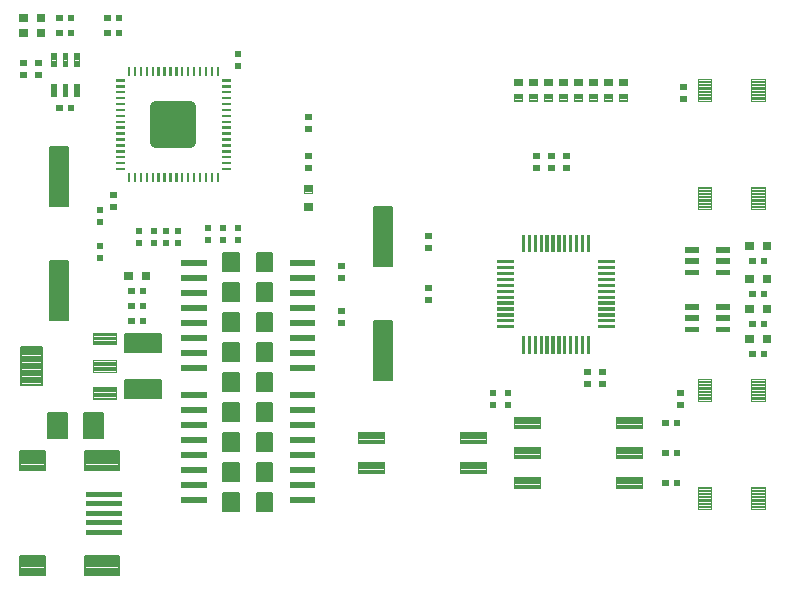
<source format=gtp>
G75*
G70*
%OFA0B0*%
%FSLAX24Y24*%
%IPPOS*%
%LPD*%
%AMOC8*
5,1,8,0,0,1.08239X$1,22.5*
%
%ADD10C,0.0036*%
%ADD11C,0.0035*%
%ADD12C,0.0385*%
%ADD13C,0.0032*%
%ADD14C,0.0071*%
%ADD15C,0.0035*%
%ADD16C,0.0034*%
%ADD17C,0.0068*%
%ADD18C,0.0037*%
%ADD19C,0.0057*%
%ADD20C,0.0043*%
%ADD21C,0.0078*%
%ADD22C,0.0069*%
%ADD23C,0.0049*%
%ADD24C,0.0067*%
%ADD25C,0.0040*%
%ADD26C,0.0040*%
%ADD27C,0.0037*%
D10*
X018545Y016245D02*
X018545Y016421D01*
X018545Y016245D02*
X017739Y016245D01*
X017739Y016421D01*
X018545Y016421D01*
X018545Y016280D02*
X017739Y016280D01*
X017739Y016315D02*
X018545Y016315D01*
X018545Y016350D02*
X017739Y016350D01*
X017739Y016385D02*
X018545Y016385D01*
X018545Y016420D02*
X017739Y016420D01*
X018545Y016745D02*
X018545Y016921D01*
X018545Y016745D02*
X017739Y016745D01*
X017739Y016921D01*
X018545Y016921D01*
X018545Y016780D02*
X017739Y016780D01*
X017739Y016815D02*
X018545Y016815D01*
X018545Y016850D02*
X017739Y016850D01*
X017739Y016885D02*
X018545Y016885D01*
X018545Y016920D02*
X017739Y016920D01*
X018545Y017245D02*
X018545Y017421D01*
X018545Y017245D02*
X017739Y017245D01*
X017739Y017421D01*
X018545Y017421D01*
X018545Y017280D02*
X017739Y017280D01*
X017739Y017315D02*
X018545Y017315D01*
X018545Y017350D02*
X017739Y017350D01*
X017739Y017385D02*
X018545Y017385D01*
X018545Y017420D02*
X017739Y017420D01*
X018545Y017745D02*
X018545Y017921D01*
X018545Y017745D02*
X017739Y017745D01*
X017739Y017921D01*
X018545Y017921D01*
X018545Y017780D02*
X017739Y017780D01*
X017739Y017815D02*
X018545Y017815D01*
X018545Y017850D02*
X017739Y017850D01*
X017739Y017885D02*
X018545Y017885D01*
X018545Y017920D02*
X017739Y017920D01*
X018545Y018245D02*
X018545Y018421D01*
X018545Y018245D02*
X017739Y018245D01*
X017739Y018421D01*
X018545Y018421D01*
X018545Y018280D02*
X017739Y018280D01*
X017739Y018315D02*
X018545Y018315D01*
X018545Y018350D02*
X017739Y018350D01*
X017739Y018385D02*
X018545Y018385D01*
X018545Y018420D02*
X017739Y018420D01*
X018545Y018745D02*
X018545Y018921D01*
X018545Y018745D02*
X017739Y018745D01*
X017739Y018921D01*
X018545Y018921D01*
X018545Y018780D02*
X017739Y018780D01*
X017739Y018815D02*
X018545Y018815D01*
X018545Y018850D02*
X017739Y018850D01*
X017739Y018885D02*
X018545Y018885D01*
X018545Y018920D02*
X017739Y018920D01*
X018545Y019245D02*
X018545Y019421D01*
X018545Y019245D02*
X017739Y019245D01*
X017739Y019421D01*
X018545Y019421D01*
X018545Y019280D02*
X017739Y019280D01*
X017739Y019315D02*
X018545Y019315D01*
X018545Y019350D02*
X017739Y019350D01*
X017739Y019385D02*
X018545Y019385D01*
X018545Y019420D02*
X017739Y019420D01*
X018545Y019745D02*
X018545Y019921D01*
X018545Y019745D02*
X017739Y019745D01*
X017739Y019921D01*
X018545Y019921D01*
X018545Y019780D02*
X017739Y019780D01*
X017739Y019815D02*
X018545Y019815D01*
X018545Y019850D02*
X017739Y019850D01*
X017739Y019885D02*
X018545Y019885D01*
X018545Y019920D02*
X017739Y019920D01*
X017739Y020645D02*
X017739Y020821D01*
X018545Y020821D01*
X018545Y020645D01*
X017739Y020645D01*
X017739Y020680D02*
X018545Y020680D01*
X018545Y020715D02*
X017739Y020715D01*
X017739Y020750D02*
X018545Y020750D01*
X018545Y020785D02*
X017739Y020785D01*
X017739Y020820D02*
X018545Y020820D01*
X017739Y021145D02*
X017739Y021321D01*
X018545Y021321D01*
X018545Y021145D01*
X017739Y021145D01*
X017739Y021180D02*
X018545Y021180D01*
X018545Y021215D02*
X017739Y021215D01*
X017739Y021250D02*
X018545Y021250D01*
X018545Y021285D02*
X017739Y021285D01*
X017739Y021320D02*
X018545Y021320D01*
X017739Y021645D02*
X017739Y021821D01*
X018545Y021821D01*
X018545Y021645D01*
X017739Y021645D01*
X017739Y021680D02*
X018545Y021680D01*
X018545Y021715D02*
X017739Y021715D01*
X017739Y021750D02*
X018545Y021750D01*
X018545Y021785D02*
X017739Y021785D01*
X017739Y021820D02*
X018545Y021820D01*
X017739Y022145D02*
X017739Y022321D01*
X018545Y022321D01*
X018545Y022145D01*
X017739Y022145D01*
X017739Y022180D02*
X018545Y022180D01*
X018545Y022215D02*
X017739Y022215D01*
X017739Y022250D02*
X018545Y022250D01*
X018545Y022285D02*
X017739Y022285D01*
X017739Y022320D02*
X018545Y022320D01*
X017739Y022645D02*
X017739Y022821D01*
X018545Y022821D01*
X018545Y022645D01*
X017739Y022645D01*
X017739Y022680D02*
X018545Y022680D01*
X018545Y022715D02*
X017739Y022715D01*
X017739Y022750D02*
X018545Y022750D01*
X018545Y022785D02*
X017739Y022785D01*
X017739Y022820D02*
X018545Y022820D01*
X017739Y023145D02*
X017739Y023321D01*
X018545Y023321D01*
X018545Y023145D01*
X017739Y023145D01*
X017739Y023180D02*
X018545Y023180D01*
X018545Y023215D02*
X017739Y023215D01*
X017739Y023250D02*
X018545Y023250D01*
X018545Y023285D02*
X017739Y023285D01*
X017739Y023320D02*
X018545Y023320D01*
X017739Y023645D02*
X017739Y023821D01*
X018545Y023821D01*
X018545Y023645D01*
X017739Y023645D01*
X017739Y023680D02*
X018545Y023680D01*
X018545Y023715D02*
X017739Y023715D01*
X017739Y023750D02*
X018545Y023750D01*
X018545Y023785D02*
X017739Y023785D01*
X017739Y023820D02*
X018545Y023820D01*
X017739Y024145D02*
X017739Y024321D01*
X018545Y024321D01*
X018545Y024145D01*
X017739Y024145D01*
X017739Y024180D02*
X018545Y024180D01*
X018545Y024215D02*
X017739Y024215D01*
X017739Y024250D02*
X018545Y024250D01*
X018545Y024285D02*
X017739Y024285D01*
X017739Y024320D02*
X018545Y024320D01*
X018515Y024898D02*
X018515Y025074D01*
X018691Y025074D01*
X018691Y024898D01*
X018515Y024898D01*
X018515Y024933D02*
X018691Y024933D01*
X018691Y024968D02*
X018515Y024968D01*
X018515Y025003D02*
X018691Y025003D01*
X018691Y025038D02*
X018515Y025038D01*
X018515Y025073D02*
X018691Y025073D01*
X018515Y025292D02*
X018515Y025468D01*
X018691Y025468D01*
X018691Y025292D01*
X018515Y025292D01*
X018515Y025327D02*
X018691Y025327D01*
X018691Y025362D02*
X018515Y025362D01*
X018515Y025397D02*
X018691Y025397D01*
X018691Y025432D02*
X018515Y025432D01*
X018515Y025467D02*
X018691Y025467D01*
X019015Y025468D02*
X019015Y025292D01*
X019015Y025468D02*
X019191Y025468D01*
X019191Y025292D01*
X019015Y025292D01*
X019015Y025327D02*
X019191Y025327D01*
X019191Y025362D02*
X019015Y025362D01*
X019015Y025397D02*
X019191Y025397D01*
X019191Y025432D02*
X019015Y025432D01*
X019015Y025467D02*
X019191Y025467D01*
X019691Y025468D02*
X019691Y025292D01*
X019515Y025292D01*
X019515Y025468D01*
X019691Y025468D01*
X019691Y025327D02*
X019515Y025327D01*
X019515Y025362D02*
X019691Y025362D01*
X019691Y025397D02*
X019515Y025397D01*
X019515Y025432D02*
X019691Y025432D01*
X019691Y025467D02*
X019515Y025467D01*
X019691Y025074D02*
X019691Y024898D01*
X019515Y024898D01*
X019515Y025074D01*
X019691Y025074D01*
X019691Y024933D02*
X019515Y024933D01*
X019515Y024968D02*
X019691Y024968D01*
X019691Y025003D02*
X019515Y025003D01*
X019515Y025038D02*
X019691Y025038D01*
X019691Y025073D02*
X019515Y025073D01*
X019015Y025074D02*
X019015Y024898D01*
X019015Y025074D02*
X019191Y025074D01*
X019191Y024898D01*
X019015Y024898D01*
X019015Y024933D02*
X019191Y024933D01*
X019191Y024968D02*
X019015Y024968D01*
X019015Y025003D02*
X019191Y025003D01*
X019191Y025038D02*
X019015Y025038D01*
X019015Y025073D02*
X019191Y025073D01*
X017691Y024974D02*
X017691Y024798D01*
X017515Y024798D01*
X017515Y024974D01*
X017691Y024974D01*
X017691Y024833D02*
X017515Y024833D01*
X017515Y024868D02*
X017691Y024868D01*
X017691Y024903D02*
X017515Y024903D01*
X017515Y024938D02*
X017691Y024938D01*
X017691Y024973D02*
X017515Y024973D01*
X017691Y025192D02*
X017691Y025368D01*
X017691Y025192D02*
X017515Y025192D01*
X017515Y025368D01*
X017691Y025368D01*
X017691Y025227D02*
X017515Y025227D01*
X017515Y025262D02*
X017691Y025262D01*
X017691Y025297D02*
X017515Y025297D01*
X017515Y025332D02*
X017691Y025332D01*
X017691Y025367D02*
X017515Y025367D01*
X017291Y025368D02*
X017291Y025192D01*
X017115Y025192D01*
X017115Y025368D01*
X017291Y025368D01*
X017291Y025227D02*
X017115Y025227D01*
X017115Y025262D02*
X017291Y025262D01*
X017291Y025297D02*
X017115Y025297D01*
X017115Y025332D02*
X017291Y025332D01*
X017291Y025367D02*
X017115Y025367D01*
X016891Y025368D02*
X016891Y025192D01*
X016715Y025192D01*
X016715Y025368D01*
X016891Y025368D01*
X016891Y025227D02*
X016715Y025227D01*
X016715Y025262D02*
X016891Y025262D01*
X016891Y025297D02*
X016715Y025297D01*
X016715Y025332D02*
X016891Y025332D01*
X016891Y025367D02*
X016715Y025367D01*
X016215Y025368D02*
X016215Y025192D01*
X016215Y025368D02*
X016391Y025368D01*
X016391Y025192D01*
X016215Y025192D01*
X016215Y025227D02*
X016391Y025227D01*
X016391Y025262D02*
X016215Y025262D01*
X016215Y025297D02*
X016391Y025297D01*
X016391Y025332D02*
X016215Y025332D01*
X016215Y025367D02*
X016391Y025367D01*
X016215Y024974D02*
X016215Y024798D01*
X016215Y024974D02*
X016391Y024974D01*
X016391Y024798D01*
X016215Y024798D01*
X016215Y024833D02*
X016391Y024833D01*
X016391Y024868D02*
X016215Y024868D01*
X016215Y024903D02*
X016391Y024903D01*
X016391Y024938D02*
X016215Y024938D01*
X016215Y024973D02*
X016391Y024973D01*
X016891Y024974D02*
X016891Y024798D01*
X016715Y024798D01*
X016715Y024974D01*
X016891Y024974D01*
X016891Y024833D02*
X016715Y024833D01*
X016715Y024868D02*
X016891Y024868D01*
X016891Y024903D02*
X016715Y024903D01*
X016715Y024938D02*
X016891Y024938D01*
X016891Y024973D02*
X016715Y024973D01*
X017291Y024974D02*
X017291Y024798D01*
X017115Y024798D01*
X017115Y024974D01*
X017291Y024974D01*
X017291Y024833D02*
X017115Y024833D01*
X017115Y024868D02*
X017291Y024868D01*
X017291Y024903D02*
X017115Y024903D01*
X017115Y024938D02*
X017291Y024938D01*
X017291Y024973D02*
X017115Y024973D01*
X015365Y025998D02*
X015365Y026174D01*
X015541Y026174D01*
X015541Y025998D01*
X015365Y025998D01*
X015365Y026033D02*
X015541Y026033D01*
X015541Y026068D02*
X015365Y026068D01*
X015365Y026103D02*
X015541Y026103D01*
X015541Y026138D02*
X015365Y026138D01*
X015365Y026173D02*
X015541Y026173D01*
X015365Y026392D02*
X015365Y026568D01*
X015541Y026568D01*
X015541Y026392D01*
X015365Y026392D01*
X015365Y026427D02*
X015541Y026427D01*
X015541Y026462D02*
X015365Y026462D01*
X015365Y026497D02*
X015541Y026497D01*
X015541Y026532D02*
X015365Y026532D01*
X015365Y026567D02*
X015541Y026567D01*
X015091Y026068D02*
X015091Y025892D01*
X014915Y025892D01*
X014915Y026068D01*
X015091Y026068D01*
X015091Y025927D02*
X014915Y025927D01*
X014915Y025962D02*
X015091Y025962D01*
X015091Y025997D02*
X014915Y025997D01*
X014915Y026032D02*
X015091Y026032D01*
X015091Y026067D02*
X014915Y026067D01*
X015091Y025674D02*
X015091Y025498D01*
X014915Y025498D01*
X014915Y025674D01*
X015091Y025674D01*
X015091Y025533D02*
X014915Y025533D01*
X014915Y025568D02*
X015091Y025568D01*
X015091Y025603D02*
X014915Y025603D01*
X014915Y025638D02*
X015091Y025638D01*
X015091Y025673D02*
X014915Y025673D01*
X014915Y024868D02*
X014915Y024692D01*
X014915Y024868D02*
X015091Y024868D01*
X015091Y024692D01*
X014915Y024692D01*
X014915Y024727D02*
X015091Y024727D01*
X015091Y024762D02*
X014915Y024762D01*
X014915Y024797D02*
X015091Y024797D01*
X015091Y024832D02*
X014915Y024832D01*
X014915Y024867D02*
X015091Y024867D01*
X014915Y024474D02*
X014915Y024298D01*
X014915Y024474D02*
X015091Y024474D01*
X015091Y024298D01*
X014915Y024298D01*
X014915Y024333D02*
X015091Y024333D01*
X015091Y024368D02*
X014915Y024368D01*
X014915Y024403D02*
X015091Y024403D01*
X015091Y024438D02*
X014915Y024438D01*
X014915Y024473D02*
X015091Y024473D01*
X015969Y023195D02*
X016145Y023195D01*
X015969Y023195D02*
X015969Y023371D01*
X016145Y023371D01*
X016145Y023195D01*
X016145Y023230D02*
X015969Y023230D01*
X015969Y023265D02*
X016145Y023265D01*
X016145Y023300D02*
X015969Y023300D01*
X015969Y023335D02*
X016145Y023335D01*
X016145Y023370D02*
X015969Y023370D01*
X016362Y023195D02*
X016538Y023195D01*
X016362Y023195D02*
X016362Y023371D01*
X016538Y023371D01*
X016538Y023195D01*
X016538Y023230D02*
X016362Y023230D01*
X016362Y023265D02*
X016538Y023265D01*
X016538Y023300D02*
X016362Y023300D01*
X016362Y023335D02*
X016538Y023335D01*
X016538Y023370D02*
X016362Y023370D01*
X016362Y022871D02*
X016538Y022871D01*
X016538Y022695D01*
X016362Y022695D01*
X016362Y022871D01*
X016362Y022730D02*
X016538Y022730D01*
X016538Y022765D02*
X016362Y022765D01*
X016362Y022800D02*
X016538Y022800D01*
X016538Y022835D02*
X016362Y022835D01*
X016362Y022870D02*
X016538Y022870D01*
X016145Y022871D02*
X015969Y022871D01*
X016145Y022871D02*
X016145Y022695D01*
X015969Y022695D01*
X015969Y022871D01*
X015969Y022730D02*
X016145Y022730D01*
X016145Y022765D02*
X015969Y022765D01*
X015969Y022800D02*
X016145Y022800D01*
X016145Y022835D02*
X015969Y022835D01*
X015969Y022870D02*
X016145Y022870D01*
X016145Y022371D02*
X015969Y022371D01*
X016145Y022371D02*
X016145Y022195D01*
X015969Y022195D01*
X015969Y022371D01*
X015969Y022230D02*
X016145Y022230D01*
X016145Y022265D02*
X015969Y022265D01*
X015969Y022300D02*
X016145Y022300D01*
X016145Y022335D02*
X015969Y022335D01*
X015969Y022370D02*
X016145Y022370D01*
X016362Y022371D02*
X016538Y022371D01*
X016538Y022195D01*
X016362Y022195D01*
X016362Y022371D01*
X016362Y022230D02*
X016538Y022230D01*
X016538Y022265D02*
X016362Y022265D01*
X016362Y022300D02*
X016538Y022300D01*
X016538Y022335D02*
X016362Y022335D01*
X016362Y022370D02*
X016538Y022370D01*
X021361Y022321D02*
X021361Y022145D01*
X021361Y022321D02*
X022167Y022321D01*
X022167Y022145D01*
X021361Y022145D01*
X021361Y022180D02*
X022167Y022180D01*
X022167Y022215D02*
X021361Y022215D01*
X021361Y022250D02*
X022167Y022250D01*
X022167Y022285D02*
X021361Y022285D01*
X021361Y022320D02*
X022167Y022320D01*
X021361Y022645D02*
X021361Y022821D01*
X022167Y022821D01*
X022167Y022645D01*
X021361Y022645D01*
X021361Y022680D02*
X022167Y022680D01*
X022167Y022715D02*
X021361Y022715D01*
X021361Y022750D02*
X022167Y022750D01*
X022167Y022785D02*
X021361Y022785D01*
X021361Y022820D02*
X022167Y022820D01*
X021361Y023145D02*
X021361Y023321D01*
X022167Y023321D01*
X022167Y023145D01*
X021361Y023145D01*
X021361Y023180D02*
X022167Y023180D01*
X022167Y023215D02*
X021361Y023215D01*
X021361Y023250D02*
X022167Y023250D01*
X022167Y023285D02*
X021361Y023285D01*
X021361Y023320D02*
X022167Y023320D01*
X021361Y023645D02*
X021361Y023821D01*
X022167Y023821D01*
X022167Y023645D01*
X021361Y023645D01*
X021361Y023680D02*
X022167Y023680D01*
X022167Y023715D02*
X021361Y023715D01*
X021361Y023750D02*
X022167Y023750D01*
X022167Y023785D02*
X021361Y023785D01*
X021361Y023820D02*
X022167Y023820D01*
X021361Y024145D02*
X021361Y024321D01*
X022167Y024321D01*
X022167Y024145D01*
X021361Y024145D01*
X021361Y024180D02*
X022167Y024180D01*
X022167Y024215D02*
X021361Y024215D01*
X021361Y024250D02*
X022167Y024250D01*
X022167Y024285D02*
X021361Y024285D01*
X021361Y024320D02*
X022167Y024320D01*
X022965Y024218D02*
X022965Y024042D01*
X022965Y024218D02*
X023141Y024218D01*
X023141Y024042D01*
X022965Y024042D01*
X022965Y024077D02*
X023141Y024077D01*
X023141Y024112D02*
X022965Y024112D01*
X022965Y024147D02*
X023141Y024147D01*
X023141Y024182D02*
X022965Y024182D01*
X022965Y024217D02*
X023141Y024217D01*
X022965Y023824D02*
X022965Y023648D01*
X022965Y023824D02*
X023141Y023824D01*
X023141Y023648D01*
X022965Y023648D01*
X022965Y023683D02*
X023141Y023683D01*
X023141Y023718D02*
X022965Y023718D01*
X022965Y023753D02*
X023141Y023753D01*
X023141Y023788D02*
X022965Y023788D01*
X022965Y023823D02*
X023141Y023823D01*
X023141Y022718D02*
X023141Y022542D01*
X022965Y022542D01*
X022965Y022718D01*
X023141Y022718D01*
X023141Y022577D02*
X022965Y022577D01*
X022965Y022612D02*
X023141Y022612D01*
X023141Y022647D02*
X022965Y022647D01*
X022965Y022682D02*
X023141Y022682D01*
X023141Y022717D02*
X022965Y022717D01*
X023141Y022324D02*
X023141Y022148D01*
X022965Y022148D01*
X022965Y022324D01*
X023141Y022324D01*
X023141Y022183D02*
X022965Y022183D01*
X022965Y022218D02*
X023141Y022218D01*
X023141Y022253D02*
X022965Y022253D01*
X022965Y022288D02*
X023141Y022288D01*
X023141Y022323D02*
X022965Y022323D01*
X021361Y021821D02*
X021361Y021645D01*
X021361Y021821D02*
X022167Y021821D01*
X022167Y021645D01*
X021361Y021645D01*
X021361Y021680D02*
X022167Y021680D01*
X022167Y021715D02*
X021361Y021715D01*
X021361Y021750D02*
X022167Y021750D01*
X022167Y021785D02*
X021361Y021785D01*
X021361Y021820D02*
X022167Y021820D01*
X021361Y021321D02*
X021361Y021145D01*
X021361Y021321D02*
X022167Y021321D01*
X022167Y021145D01*
X021361Y021145D01*
X021361Y021180D02*
X022167Y021180D01*
X022167Y021215D02*
X021361Y021215D01*
X021361Y021250D02*
X022167Y021250D01*
X022167Y021285D02*
X021361Y021285D01*
X021361Y021320D02*
X022167Y021320D01*
X021361Y020821D02*
X021361Y020645D01*
X021361Y020821D02*
X022167Y020821D01*
X022167Y020645D01*
X021361Y020645D01*
X021361Y020680D02*
X022167Y020680D01*
X022167Y020715D02*
X021361Y020715D01*
X021361Y020750D02*
X022167Y020750D01*
X022167Y020785D02*
X021361Y020785D01*
X021361Y020820D02*
X022167Y020820D01*
X022167Y019921D02*
X022167Y019745D01*
X021361Y019745D01*
X021361Y019921D01*
X022167Y019921D01*
X022167Y019780D02*
X021361Y019780D01*
X021361Y019815D02*
X022167Y019815D01*
X022167Y019850D02*
X021361Y019850D01*
X021361Y019885D02*
X022167Y019885D01*
X022167Y019920D02*
X021361Y019920D01*
X022167Y019421D02*
X022167Y019245D01*
X021361Y019245D01*
X021361Y019421D01*
X022167Y019421D01*
X022167Y019280D02*
X021361Y019280D01*
X021361Y019315D02*
X022167Y019315D01*
X022167Y019350D02*
X021361Y019350D01*
X021361Y019385D02*
X022167Y019385D01*
X022167Y019420D02*
X021361Y019420D01*
X022167Y018921D02*
X022167Y018745D01*
X021361Y018745D01*
X021361Y018921D01*
X022167Y018921D01*
X022167Y018780D02*
X021361Y018780D01*
X021361Y018815D02*
X022167Y018815D01*
X022167Y018850D02*
X021361Y018850D01*
X021361Y018885D02*
X022167Y018885D01*
X022167Y018920D02*
X021361Y018920D01*
X022167Y018421D02*
X022167Y018245D01*
X021361Y018245D01*
X021361Y018421D01*
X022167Y018421D01*
X022167Y018280D02*
X021361Y018280D01*
X021361Y018315D02*
X022167Y018315D01*
X022167Y018350D02*
X021361Y018350D01*
X021361Y018385D02*
X022167Y018385D01*
X022167Y018420D02*
X021361Y018420D01*
X022167Y017921D02*
X022167Y017745D01*
X021361Y017745D01*
X021361Y017921D01*
X022167Y017921D01*
X022167Y017780D02*
X021361Y017780D01*
X021361Y017815D02*
X022167Y017815D01*
X022167Y017850D02*
X021361Y017850D01*
X021361Y017885D02*
X022167Y017885D01*
X022167Y017920D02*
X021361Y017920D01*
X022167Y017421D02*
X022167Y017245D01*
X021361Y017245D01*
X021361Y017421D01*
X022167Y017421D01*
X022167Y017280D02*
X021361Y017280D01*
X021361Y017315D02*
X022167Y017315D01*
X022167Y017350D02*
X021361Y017350D01*
X021361Y017385D02*
X022167Y017385D01*
X022167Y017420D02*
X021361Y017420D01*
X022167Y016921D02*
X022167Y016745D01*
X021361Y016745D01*
X021361Y016921D01*
X022167Y016921D01*
X022167Y016780D02*
X021361Y016780D01*
X021361Y016815D02*
X022167Y016815D01*
X022167Y016850D02*
X021361Y016850D01*
X021361Y016885D02*
X022167Y016885D01*
X022167Y016920D02*
X021361Y016920D01*
X022167Y016421D02*
X022167Y016245D01*
X021361Y016245D01*
X021361Y016421D01*
X022167Y016421D01*
X022167Y016280D02*
X021361Y016280D01*
X021361Y016315D02*
X022167Y016315D01*
X022167Y016350D02*
X021361Y016350D01*
X021361Y016385D02*
X022167Y016385D01*
X022167Y016420D02*
X021361Y016420D01*
X028191Y019398D02*
X028191Y019574D01*
X028191Y019398D02*
X028015Y019398D01*
X028015Y019574D01*
X028191Y019574D01*
X028191Y019433D02*
X028015Y019433D01*
X028015Y019468D02*
X028191Y019468D01*
X028191Y019503D02*
X028015Y019503D01*
X028015Y019538D02*
X028191Y019538D01*
X028191Y019573D02*
X028015Y019573D01*
X028191Y019792D02*
X028191Y019968D01*
X028191Y019792D02*
X028015Y019792D01*
X028015Y019968D01*
X028191Y019968D01*
X028191Y019827D02*
X028015Y019827D01*
X028015Y019862D02*
X028191Y019862D01*
X028191Y019897D02*
X028015Y019897D01*
X028015Y019932D02*
X028191Y019932D01*
X028191Y019967D02*
X028015Y019967D01*
X028691Y019968D02*
X028691Y019792D01*
X028515Y019792D01*
X028515Y019968D01*
X028691Y019968D01*
X028691Y019827D02*
X028515Y019827D01*
X028515Y019862D02*
X028691Y019862D01*
X028691Y019897D02*
X028515Y019897D01*
X028515Y019932D02*
X028691Y019932D01*
X028691Y019967D02*
X028515Y019967D01*
X028691Y019574D02*
X028691Y019398D01*
X028515Y019398D01*
X028515Y019574D01*
X028691Y019574D01*
X028691Y019433D02*
X028515Y019433D01*
X028515Y019468D02*
X028691Y019468D01*
X028691Y019503D02*
X028515Y019503D01*
X028515Y019538D02*
X028691Y019538D01*
X028691Y019573D02*
X028515Y019573D01*
X031165Y020098D02*
X031165Y020274D01*
X031341Y020274D01*
X031341Y020098D01*
X031165Y020098D01*
X031165Y020133D02*
X031341Y020133D01*
X031341Y020168D02*
X031165Y020168D01*
X031165Y020203D02*
X031341Y020203D01*
X031341Y020238D02*
X031165Y020238D01*
X031165Y020273D02*
X031341Y020273D01*
X031165Y020492D02*
X031165Y020668D01*
X031341Y020668D01*
X031341Y020492D01*
X031165Y020492D01*
X031165Y020527D02*
X031341Y020527D01*
X031341Y020562D02*
X031165Y020562D01*
X031165Y020597D02*
X031341Y020597D01*
X031341Y020632D02*
X031165Y020632D01*
X031165Y020667D02*
X031341Y020667D01*
X031665Y020668D02*
X031665Y020492D01*
X031665Y020668D02*
X031841Y020668D01*
X031841Y020492D01*
X031665Y020492D01*
X031665Y020527D02*
X031841Y020527D01*
X031841Y020562D02*
X031665Y020562D01*
X031665Y020597D02*
X031841Y020597D01*
X031841Y020632D02*
X031665Y020632D01*
X031665Y020667D02*
X031841Y020667D01*
X031665Y020274D02*
X031665Y020098D01*
X031665Y020274D02*
X031841Y020274D01*
X031841Y020098D01*
X031665Y020098D01*
X031665Y020133D02*
X031841Y020133D01*
X031841Y020168D02*
X031665Y020168D01*
X031665Y020203D02*
X031841Y020203D01*
X031841Y020238D02*
X031665Y020238D01*
X031665Y020273D02*
X031841Y020273D01*
X033769Y018971D02*
X033945Y018971D01*
X033945Y018795D01*
X033769Y018795D01*
X033769Y018971D01*
X033769Y018830D02*
X033945Y018830D01*
X033945Y018865D02*
X033769Y018865D01*
X033769Y018900D02*
X033945Y018900D01*
X033945Y018935D02*
X033769Y018935D01*
X033769Y018970D02*
X033945Y018970D01*
X034162Y018971D02*
X034338Y018971D01*
X034338Y018795D01*
X034162Y018795D01*
X034162Y018971D01*
X034162Y018830D02*
X034338Y018830D01*
X034338Y018865D02*
X034162Y018865D01*
X034162Y018900D02*
X034338Y018900D01*
X034338Y018935D02*
X034162Y018935D01*
X034162Y018970D02*
X034338Y018970D01*
X034265Y019398D02*
X034265Y019574D01*
X034441Y019574D01*
X034441Y019398D01*
X034265Y019398D01*
X034265Y019433D02*
X034441Y019433D01*
X034441Y019468D02*
X034265Y019468D01*
X034265Y019503D02*
X034441Y019503D01*
X034441Y019538D02*
X034265Y019538D01*
X034265Y019573D02*
X034441Y019573D01*
X034265Y019792D02*
X034265Y019968D01*
X034441Y019968D01*
X034441Y019792D01*
X034265Y019792D01*
X034265Y019827D02*
X034441Y019827D01*
X034441Y019862D02*
X034265Y019862D01*
X034265Y019897D02*
X034441Y019897D01*
X034441Y019932D02*
X034265Y019932D01*
X034265Y019967D02*
X034441Y019967D01*
X036669Y021271D02*
X036845Y021271D01*
X036845Y021095D01*
X036669Y021095D01*
X036669Y021271D01*
X036669Y021130D02*
X036845Y021130D01*
X036845Y021165D02*
X036669Y021165D01*
X036669Y021200D02*
X036845Y021200D01*
X036845Y021235D02*
X036669Y021235D01*
X036669Y021270D02*
X036845Y021270D01*
X037062Y021271D02*
X037238Y021271D01*
X037238Y021095D01*
X037062Y021095D01*
X037062Y021271D01*
X037062Y021130D02*
X037238Y021130D01*
X037238Y021165D02*
X037062Y021165D01*
X037062Y021200D02*
X037238Y021200D01*
X037238Y021235D02*
X037062Y021235D01*
X037062Y021270D02*
X037238Y021270D01*
X037238Y022271D02*
X037062Y022271D01*
X037238Y022271D02*
X037238Y022095D01*
X037062Y022095D01*
X037062Y022271D01*
X037062Y022130D02*
X037238Y022130D01*
X037238Y022165D02*
X037062Y022165D01*
X037062Y022200D02*
X037238Y022200D01*
X037238Y022235D02*
X037062Y022235D01*
X037062Y022270D02*
X037238Y022270D01*
X036845Y022271D02*
X036669Y022271D01*
X036845Y022271D02*
X036845Y022095D01*
X036669Y022095D01*
X036669Y022271D01*
X036669Y022130D02*
X036845Y022130D01*
X036845Y022165D02*
X036669Y022165D01*
X036669Y022200D02*
X036845Y022200D01*
X036845Y022235D02*
X036669Y022235D01*
X036669Y022270D02*
X036845Y022270D01*
X036845Y023271D02*
X036669Y023271D01*
X036845Y023271D02*
X036845Y023095D01*
X036669Y023095D01*
X036669Y023271D01*
X036669Y023130D02*
X036845Y023130D01*
X036845Y023165D02*
X036669Y023165D01*
X036669Y023200D02*
X036845Y023200D01*
X036845Y023235D02*
X036669Y023235D01*
X036669Y023270D02*
X036845Y023270D01*
X037062Y023271D02*
X037238Y023271D01*
X037238Y023095D01*
X037062Y023095D01*
X037062Y023271D01*
X037062Y023130D02*
X037238Y023130D01*
X037238Y023165D02*
X037062Y023165D01*
X037062Y023200D02*
X037238Y023200D01*
X037238Y023235D02*
X037062Y023235D01*
X037062Y023270D02*
X037238Y023270D01*
X037238Y024371D02*
X037062Y024371D01*
X037238Y024371D02*
X037238Y024195D01*
X037062Y024195D01*
X037062Y024371D01*
X037062Y024230D02*
X037238Y024230D01*
X037238Y024265D02*
X037062Y024265D01*
X037062Y024300D02*
X037238Y024300D01*
X037238Y024335D02*
X037062Y024335D01*
X037062Y024370D02*
X037238Y024370D01*
X036845Y024371D02*
X036669Y024371D01*
X036845Y024371D02*
X036845Y024195D01*
X036669Y024195D01*
X036669Y024371D01*
X036669Y024230D02*
X036845Y024230D01*
X036845Y024265D02*
X036669Y024265D01*
X036669Y024300D02*
X036845Y024300D01*
X036845Y024335D02*
X036669Y024335D01*
X036669Y024370D02*
X036845Y024370D01*
X030641Y027298D02*
X030641Y027474D01*
X030641Y027298D02*
X030465Y027298D01*
X030465Y027474D01*
X030641Y027474D01*
X030641Y027333D02*
X030465Y027333D01*
X030465Y027368D02*
X030641Y027368D01*
X030641Y027403D02*
X030465Y027403D01*
X030465Y027438D02*
X030641Y027438D01*
X030641Y027473D02*
X030465Y027473D01*
X030641Y027692D02*
X030641Y027868D01*
X030641Y027692D02*
X030465Y027692D01*
X030465Y027868D01*
X030641Y027868D01*
X030641Y027727D02*
X030465Y027727D01*
X030465Y027762D02*
X030641Y027762D01*
X030641Y027797D02*
X030465Y027797D01*
X030465Y027832D02*
X030641Y027832D01*
X030641Y027867D02*
X030465Y027867D01*
X030141Y027868D02*
X030141Y027692D01*
X029965Y027692D01*
X029965Y027868D01*
X030141Y027868D01*
X030141Y027727D02*
X029965Y027727D01*
X029965Y027762D02*
X030141Y027762D01*
X030141Y027797D02*
X029965Y027797D01*
X029965Y027832D02*
X030141Y027832D01*
X030141Y027867D02*
X029965Y027867D01*
X029641Y027868D02*
X029641Y027692D01*
X029465Y027692D01*
X029465Y027868D01*
X029641Y027868D01*
X029641Y027727D02*
X029465Y027727D01*
X029465Y027762D02*
X029641Y027762D01*
X029641Y027797D02*
X029465Y027797D01*
X029465Y027832D02*
X029641Y027832D01*
X029641Y027867D02*
X029465Y027867D01*
X029641Y027474D02*
X029641Y027298D01*
X029465Y027298D01*
X029465Y027474D01*
X029641Y027474D01*
X029641Y027333D02*
X029465Y027333D01*
X029465Y027368D02*
X029641Y027368D01*
X029641Y027403D02*
X029465Y027403D01*
X029465Y027438D02*
X029641Y027438D01*
X029641Y027473D02*
X029465Y027473D01*
X030141Y027474D02*
X030141Y027298D01*
X029965Y027298D01*
X029965Y027474D01*
X030141Y027474D01*
X030141Y027333D02*
X029965Y027333D01*
X029965Y027368D02*
X030141Y027368D01*
X030141Y027403D02*
X029965Y027403D01*
X029965Y027438D02*
X030141Y027438D01*
X030141Y027473D02*
X029965Y027473D01*
X026041Y025218D02*
X026041Y025042D01*
X025865Y025042D01*
X025865Y025218D01*
X026041Y025218D01*
X026041Y025077D02*
X025865Y025077D01*
X025865Y025112D02*
X026041Y025112D01*
X026041Y025147D02*
X025865Y025147D01*
X025865Y025182D02*
X026041Y025182D01*
X026041Y025217D02*
X025865Y025217D01*
X026041Y024824D02*
X026041Y024648D01*
X025865Y024648D01*
X025865Y024824D01*
X026041Y024824D01*
X026041Y024683D02*
X025865Y024683D01*
X025865Y024718D02*
X026041Y024718D01*
X026041Y024753D02*
X025865Y024753D01*
X025865Y024788D02*
X026041Y024788D01*
X026041Y024823D02*
X025865Y024823D01*
X025865Y023468D02*
X025865Y023292D01*
X025865Y023468D02*
X026041Y023468D01*
X026041Y023292D01*
X025865Y023292D01*
X025865Y023327D02*
X026041Y023327D01*
X026041Y023362D02*
X025865Y023362D01*
X025865Y023397D02*
X026041Y023397D01*
X026041Y023432D02*
X025865Y023432D01*
X025865Y023467D02*
X026041Y023467D01*
X025865Y023074D02*
X025865Y022898D01*
X025865Y023074D02*
X026041Y023074D01*
X026041Y022898D01*
X025865Y022898D01*
X025865Y022933D02*
X026041Y022933D01*
X026041Y022968D02*
X025865Y022968D01*
X025865Y023003D02*
X026041Y023003D01*
X026041Y023038D02*
X025865Y023038D01*
X025865Y023073D02*
X026041Y023073D01*
X022041Y027298D02*
X022041Y027474D01*
X022041Y027298D02*
X021865Y027298D01*
X021865Y027474D01*
X022041Y027474D01*
X022041Y027333D02*
X021865Y027333D01*
X021865Y027368D02*
X022041Y027368D01*
X022041Y027403D02*
X021865Y027403D01*
X021865Y027438D02*
X022041Y027438D01*
X022041Y027473D02*
X021865Y027473D01*
X022041Y027692D02*
X022041Y027868D01*
X022041Y027692D02*
X021865Y027692D01*
X021865Y027868D01*
X022041Y027868D01*
X022041Y027727D02*
X021865Y027727D01*
X021865Y027762D02*
X022041Y027762D01*
X022041Y027797D02*
X021865Y027797D01*
X021865Y027832D02*
X022041Y027832D01*
X022041Y027867D02*
X021865Y027867D01*
X022041Y028598D02*
X022041Y028774D01*
X022041Y028598D02*
X021865Y028598D01*
X021865Y028774D01*
X022041Y028774D01*
X022041Y028633D02*
X021865Y028633D01*
X021865Y028668D02*
X022041Y028668D01*
X022041Y028703D02*
X021865Y028703D01*
X021865Y028738D02*
X022041Y028738D01*
X022041Y028773D02*
X021865Y028773D01*
X022041Y028992D02*
X022041Y029168D01*
X022041Y028992D02*
X021865Y028992D01*
X021865Y029168D01*
X022041Y029168D01*
X022041Y029027D02*
X021865Y029027D01*
X021865Y029062D02*
X022041Y029062D01*
X022041Y029097D02*
X021865Y029097D01*
X021865Y029132D02*
X022041Y029132D01*
X022041Y029167D02*
X021865Y029167D01*
X019691Y030698D02*
X019691Y030874D01*
X019691Y030698D02*
X019515Y030698D01*
X019515Y030874D01*
X019691Y030874D01*
X019691Y030733D02*
X019515Y030733D01*
X019515Y030768D02*
X019691Y030768D01*
X019691Y030803D02*
X019515Y030803D01*
X019515Y030838D02*
X019691Y030838D01*
X019691Y030873D02*
X019515Y030873D01*
X019691Y031092D02*
X019691Y031268D01*
X019691Y031092D02*
X019515Y031092D01*
X019515Y031268D01*
X019691Y031268D01*
X019691Y031127D02*
X019515Y031127D01*
X019515Y031162D02*
X019691Y031162D01*
X019691Y031197D02*
X019515Y031197D01*
X019515Y031232D02*
X019691Y031232D01*
X019691Y031267D02*
X019515Y031267D01*
X015738Y031971D02*
X015562Y031971D01*
X015738Y031971D02*
X015738Y031795D01*
X015562Y031795D01*
X015562Y031971D01*
X015562Y031830D02*
X015738Y031830D01*
X015738Y031865D02*
X015562Y031865D01*
X015562Y031900D02*
X015738Y031900D01*
X015738Y031935D02*
X015562Y031935D01*
X015562Y031970D02*
X015738Y031970D01*
X015738Y032471D02*
X015562Y032471D01*
X015738Y032471D02*
X015738Y032295D01*
X015562Y032295D01*
X015562Y032471D01*
X015562Y032330D02*
X015738Y032330D01*
X015738Y032365D02*
X015562Y032365D01*
X015562Y032400D02*
X015738Y032400D01*
X015738Y032435D02*
X015562Y032435D01*
X015562Y032470D02*
X015738Y032470D01*
X015345Y032471D02*
X015169Y032471D01*
X015345Y032471D02*
X015345Y032295D01*
X015169Y032295D01*
X015169Y032471D01*
X015169Y032330D02*
X015345Y032330D01*
X015345Y032365D02*
X015169Y032365D01*
X015169Y032400D02*
X015345Y032400D01*
X015345Y032435D02*
X015169Y032435D01*
X015169Y032470D02*
X015345Y032470D01*
X015345Y031971D02*
X015169Y031971D01*
X015345Y031971D02*
X015345Y031795D01*
X015169Y031795D01*
X015169Y031971D01*
X015169Y031830D02*
X015345Y031830D01*
X015345Y031865D02*
X015169Y031865D01*
X015169Y031900D02*
X015345Y031900D01*
X015345Y031935D02*
X015169Y031935D01*
X015169Y031970D02*
X015345Y031970D01*
X014138Y031971D02*
X013962Y031971D01*
X014138Y031971D02*
X014138Y031795D01*
X013962Y031795D01*
X013962Y031971D01*
X013962Y031830D02*
X014138Y031830D01*
X014138Y031865D02*
X013962Y031865D01*
X013962Y031900D02*
X014138Y031900D01*
X014138Y031935D02*
X013962Y031935D01*
X013962Y031970D02*
X014138Y031970D01*
X014138Y032471D02*
X013962Y032471D01*
X014138Y032471D02*
X014138Y032295D01*
X013962Y032295D01*
X013962Y032471D01*
X013962Y032330D02*
X014138Y032330D01*
X014138Y032365D02*
X013962Y032365D01*
X013962Y032400D02*
X014138Y032400D01*
X014138Y032435D02*
X013962Y032435D01*
X013962Y032470D02*
X014138Y032470D01*
X013745Y032471D02*
X013569Y032471D01*
X013745Y032471D02*
X013745Y032295D01*
X013569Y032295D01*
X013569Y032471D01*
X013569Y032330D02*
X013745Y032330D01*
X013745Y032365D02*
X013569Y032365D01*
X013569Y032400D02*
X013745Y032400D01*
X013745Y032435D02*
X013569Y032435D01*
X013569Y032470D02*
X013745Y032470D01*
X013745Y031971D02*
X013569Y031971D01*
X013745Y031971D02*
X013745Y031795D01*
X013569Y031795D01*
X013569Y031971D01*
X013569Y031830D02*
X013745Y031830D01*
X013745Y031865D02*
X013569Y031865D01*
X013569Y031900D02*
X013745Y031900D01*
X013745Y031935D02*
X013569Y031935D01*
X013569Y031970D02*
X013745Y031970D01*
X013041Y030968D02*
X013041Y030792D01*
X012865Y030792D01*
X012865Y030968D01*
X013041Y030968D01*
X013041Y030827D02*
X012865Y030827D01*
X012865Y030862D02*
X013041Y030862D01*
X013041Y030897D02*
X012865Y030897D01*
X012865Y030932D02*
X013041Y030932D01*
X013041Y030967D02*
X012865Y030967D01*
X012365Y030968D02*
X012365Y030792D01*
X012365Y030968D02*
X012541Y030968D01*
X012541Y030792D01*
X012365Y030792D01*
X012365Y030827D02*
X012541Y030827D01*
X012541Y030862D02*
X012365Y030862D01*
X012365Y030897D02*
X012541Y030897D01*
X012541Y030932D02*
X012365Y030932D01*
X012365Y030967D02*
X012541Y030967D01*
X012365Y030574D02*
X012365Y030398D01*
X012365Y030574D02*
X012541Y030574D01*
X012541Y030398D01*
X012365Y030398D01*
X012365Y030433D02*
X012541Y030433D01*
X012541Y030468D02*
X012365Y030468D01*
X012365Y030503D02*
X012541Y030503D01*
X012541Y030538D02*
X012365Y030538D01*
X012365Y030573D02*
X012541Y030573D01*
X013041Y030574D02*
X013041Y030398D01*
X012865Y030398D01*
X012865Y030574D01*
X013041Y030574D01*
X013041Y030433D02*
X012865Y030433D01*
X012865Y030468D02*
X013041Y030468D01*
X013041Y030503D02*
X012865Y030503D01*
X012865Y030538D02*
X013041Y030538D01*
X013041Y030573D02*
X012865Y030573D01*
X013569Y029295D02*
X013745Y029295D01*
X013569Y029295D02*
X013569Y029471D01*
X013745Y029471D01*
X013745Y029295D01*
X013745Y029330D02*
X013569Y029330D01*
X013569Y029365D02*
X013745Y029365D01*
X013745Y029400D02*
X013569Y029400D01*
X013569Y029435D02*
X013745Y029435D01*
X013745Y029470D02*
X013569Y029470D01*
X013962Y029295D02*
X014138Y029295D01*
X013962Y029295D02*
X013962Y029471D01*
X014138Y029471D01*
X014138Y029295D01*
X014138Y029330D02*
X013962Y029330D01*
X013962Y029365D02*
X014138Y029365D01*
X014138Y029400D02*
X013962Y029400D01*
X013962Y029435D02*
X014138Y029435D01*
X014138Y029470D02*
X013962Y029470D01*
X033769Y017971D02*
X033945Y017971D01*
X033945Y017795D01*
X033769Y017795D01*
X033769Y017971D01*
X033769Y017830D02*
X033945Y017830D01*
X033945Y017865D02*
X033769Y017865D01*
X033769Y017900D02*
X033945Y017900D01*
X033945Y017935D02*
X033769Y017935D01*
X033769Y017970D02*
X033945Y017970D01*
X034162Y017971D02*
X034338Y017971D01*
X034338Y017795D01*
X034162Y017795D01*
X034162Y017971D01*
X034162Y017830D02*
X034338Y017830D01*
X034338Y017865D02*
X034162Y017865D01*
X034162Y017900D02*
X034338Y017900D01*
X034338Y017935D02*
X034162Y017935D01*
X034162Y017970D02*
X034338Y017970D01*
X034338Y016971D02*
X034162Y016971D01*
X034338Y016971D02*
X034338Y016795D01*
X034162Y016795D01*
X034162Y016971D01*
X034162Y016830D02*
X034338Y016830D01*
X034338Y016865D02*
X034162Y016865D01*
X034162Y016900D02*
X034338Y016900D01*
X034338Y016935D02*
X034162Y016935D01*
X034162Y016970D02*
X034338Y016970D01*
X033945Y016971D02*
X033769Y016971D01*
X033945Y016971D02*
X033945Y016795D01*
X033769Y016795D01*
X033769Y016971D01*
X033769Y016830D02*
X033945Y016830D01*
X033945Y016865D02*
X033769Y016865D01*
X033769Y016900D02*
X033945Y016900D01*
X033945Y016935D02*
X033769Y016935D01*
X033769Y016970D02*
X033945Y016970D01*
X034541Y029598D02*
X034541Y029774D01*
X034541Y029598D02*
X034365Y029598D01*
X034365Y029774D01*
X034541Y029774D01*
X034541Y029633D02*
X034365Y029633D01*
X034365Y029668D02*
X034541Y029668D01*
X034541Y029703D02*
X034365Y029703D01*
X034365Y029738D02*
X034541Y029738D01*
X034541Y029773D02*
X034365Y029773D01*
X034541Y029992D02*
X034541Y030168D01*
X034541Y029992D02*
X034365Y029992D01*
X034365Y030168D01*
X034541Y030168D01*
X034541Y030027D02*
X034365Y030027D01*
X034365Y030062D02*
X034541Y030062D01*
X034541Y030097D02*
X034365Y030097D01*
X034365Y030132D02*
X034541Y030132D01*
X034541Y030167D02*
X034365Y030167D01*
D11*
X034534Y024737D02*
X034534Y024577D01*
X034534Y024737D02*
X034950Y024737D01*
X034950Y024577D01*
X034534Y024577D01*
X034534Y024611D02*
X034950Y024611D01*
X034950Y024645D02*
X034534Y024645D01*
X034534Y024679D02*
X034950Y024679D01*
X034950Y024713D02*
X034534Y024713D01*
X034534Y024363D02*
X034534Y024203D01*
X034534Y024363D02*
X034950Y024363D01*
X034950Y024203D01*
X034534Y024203D01*
X034534Y024237D02*
X034950Y024237D01*
X034950Y024271D02*
X034534Y024271D01*
X034534Y024305D02*
X034950Y024305D01*
X034950Y024339D02*
X034534Y024339D01*
X034534Y023989D02*
X034534Y023829D01*
X034534Y023989D02*
X034950Y023989D01*
X034950Y023829D01*
X034534Y023829D01*
X034534Y023863D02*
X034950Y023863D01*
X034950Y023897D02*
X034534Y023897D01*
X034534Y023931D02*
X034950Y023931D01*
X034950Y023965D02*
X034534Y023965D01*
X035557Y023989D02*
X035557Y023829D01*
X035557Y023989D02*
X035973Y023989D01*
X035973Y023829D01*
X035557Y023829D01*
X035557Y023863D02*
X035973Y023863D01*
X035973Y023897D02*
X035557Y023897D01*
X035557Y023931D02*
X035973Y023931D01*
X035973Y023965D02*
X035557Y023965D01*
X035557Y024203D02*
X035557Y024363D01*
X035973Y024363D01*
X035973Y024203D01*
X035557Y024203D01*
X035557Y024237D02*
X035973Y024237D01*
X035973Y024271D02*
X035557Y024271D01*
X035557Y024305D02*
X035973Y024305D01*
X035973Y024339D02*
X035557Y024339D01*
X035557Y024577D02*
X035557Y024737D01*
X035973Y024737D01*
X035973Y024577D01*
X035557Y024577D01*
X035557Y024611D02*
X035973Y024611D01*
X035973Y024645D02*
X035557Y024645D01*
X035557Y024679D02*
X035973Y024679D01*
X035973Y024713D02*
X035557Y024713D01*
X035557Y022837D02*
X035557Y022677D01*
X035557Y022837D02*
X035973Y022837D01*
X035973Y022677D01*
X035557Y022677D01*
X035557Y022711D02*
X035973Y022711D01*
X035973Y022745D02*
X035557Y022745D01*
X035557Y022779D02*
X035973Y022779D01*
X035973Y022813D02*
X035557Y022813D01*
X035557Y022463D02*
X035557Y022303D01*
X035557Y022463D02*
X035973Y022463D01*
X035973Y022303D01*
X035557Y022303D01*
X035557Y022337D02*
X035973Y022337D01*
X035973Y022371D02*
X035557Y022371D01*
X035557Y022405D02*
X035973Y022405D01*
X035973Y022439D02*
X035557Y022439D01*
X035557Y022089D02*
X035557Y021929D01*
X035557Y022089D02*
X035973Y022089D01*
X035973Y021929D01*
X035557Y021929D01*
X035557Y021963D02*
X035973Y021963D01*
X035973Y021997D02*
X035557Y021997D01*
X035557Y022031D02*
X035973Y022031D01*
X035973Y022065D02*
X035557Y022065D01*
X034534Y022089D02*
X034534Y021929D01*
X034534Y022089D02*
X034950Y022089D01*
X034950Y021929D01*
X034534Y021929D01*
X034534Y021963D02*
X034950Y021963D01*
X034950Y021997D02*
X034534Y021997D01*
X034534Y022031D02*
X034950Y022031D01*
X034950Y022065D02*
X034534Y022065D01*
X034534Y022303D02*
X034534Y022463D01*
X034950Y022463D01*
X034950Y022303D01*
X034534Y022303D01*
X034534Y022337D02*
X034950Y022337D01*
X034950Y022371D02*
X034534Y022371D01*
X034534Y022405D02*
X034950Y022405D01*
X034950Y022439D02*
X034534Y022439D01*
X034534Y022677D02*
X034534Y022837D01*
X034950Y022837D01*
X034950Y022677D01*
X034534Y022677D01*
X034534Y022711D02*
X034950Y022711D01*
X034950Y022745D02*
X034534Y022745D01*
X034534Y022779D02*
X034950Y022779D01*
X034950Y022813D02*
X034534Y022813D01*
X014307Y029763D02*
X014147Y029763D01*
X014147Y030179D01*
X014307Y030179D01*
X014307Y029763D01*
X014307Y029797D02*
X014147Y029797D01*
X014147Y029831D02*
X014307Y029831D01*
X014307Y029865D02*
X014147Y029865D01*
X014147Y029899D02*
X014307Y029899D01*
X014307Y029933D02*
X014147Y029933D01*
X014147Y029967D02*
X014307Y029967D01*
X014307Y030001D02*
X014147Y030001D01*
X014147Y030035D02*
X014307Y030035D01*
X014307Y030069D02*
X014147Y030069D01*
X014147Y030103D02*
X014307Y030103D01*
X014307Y030137D02*
X014147Y030137D01*
X014147Y030171D02*
X014307Y030171D01*
X013933Y029763D02*
X013773Y029763D01*
X013773Y030179D01*
X013933Y030179D01*
X013933Y029763D01*
X013933Y029797D02*
X013773Y029797D01*
X013773Y029831D02*
X013933Y029831D01*
X013933Y029865D02*
X013773Y029865D01*
X013773Y029899D02*
X013933Y029899D01*
X013933Y029933D02*
X013773Y029933D01*
X013773Y029967D02*
X013933Y029967D01*
X013933Y030001D02*
X013773Y030001D01*
X013773Y030035D02*
X013933Y030035D01*
X013933Y030069D02*
X013773Y030069D01*
X013773Y030103D02*
X013933Y030103D01*
X013933Y030137D02*
X013773Y030137D01*
X013773Y030171D02*
X013933Y030171D01*
X013559Y029763D02*
X013399Y029763D01*
X013399Y030179D01*
X013559Y030179D01*
X013559Y029763D01*
X013559Y029797D02*
X013399Y029797D01*
X013399Y029831D02*
X013559Y029831D01*
X013559Y029865D02*
X013399Y029865D01*
X013399Y029899D02*
X013559Y029899D01*
X013559Y029933D02*
X013399Y029933D01*
X013399Y029967D02*
X013559Y029967D01*
X013559Y030001D02*
X013399Y030001D01*
X013399Y030035D02*
X013559Y030035D01*
X013559Y030069D02*
X013399Y030069D01*
X013399Y030103D02*
X013559Y030103D01*
X013559Y030137D02*
X013399Y030137D01*
X013399Y030171D02*
X013559Y030171D01*
X013559Y030787D02*
X013399Y030787D01*
X013399Y031203D01*
X013559Y031203D01*
X013559Y030787D01*
X013559Y030821D02*
X013399Y030821D01*
X013399Y030855D02*
X013559Y030855D01*
X013559Y030889D02*
X013399Y030889D01*
X013399Y030923D02*
X013559Y030923D01*
X013559Y030957D02*
X013399Y030957D01*
X013399Y030991D02*
X013559Y030991D01*
X013559Y031025D02*
X013399Y031025D01*
X013399Y031059D02*
X013559Y031059D01*
X013559Y031093D02*
X013399Y031093D01*
X013399Y031127D02*
X013559Y031127D01*
X013559Y031161D02*
X013399Y031161D01*
X013399Y031195D02*
X013559Y031195D01*
X013773Y030787D02*
X013933Y030787D01*
X013773Y030787D02*
X013773Y031203D01*
X013933Y031203D01*
X013933Y030787D01*
X013933Y030821D02*
X013773Y030821D01*
X013773Y030855D02*
X013933Y030855D01*
X013933Y030889D02*
X013773Y030889D01*
X013773Y030923D02*
X013933Y030923D01*
X013933Y030957D02*
X013773Y030957D01*
X013773Y030991D02*
X013933Y030991D01*
X013933Y031025D02*
X013773Y031025D01*
X013773Y031059D02*
X013933Y031059D01*
X013933Y031093D02*
X013773Y031093D01*
X013773Y031127D02*
X013933Y031127D01*
X013933Y031161D02*
X013773Y031161D01*
X013773Y031195D02*
X013933Y031195D01*
X014147Y030787D02*
X014307Y030787D01*
X014147Y030787D02*
X014147Y031203D01*
X014307Y031203D01*
X014307Y030787D01*
X014307Y030821D02*
X014147Y030821D01*
X014147Y030855D02*
X014307Y030855D01*
X014307Y030889D02*
X014147Y030889D01*
X014147Y030923D02*
X014307Y030923D01*
X014307Y030957D02*
X014147Y030957D01*
X014147Y030991D02*
X014307Y030991D01*
X014307Y031025D02*
X014147Y031025D01*
X014147Y031059D02*
X014307Y031059D01*
X014307Y031093D02*
X014147Y031093D01*
X014147Y031127D02*
X014307Y031127D01*
X014307Y031161D02*
X014147Y031161D01*
X014147Y031195D02*
X014307Y031195D01*
D12*
X018031Y029411D02*
X018031Y028255D01*
X016875Y028255D01*
X016875Y029411D01*
X018031Y029411D01*
X018031Y028639D02*
X016875Y028639D01*
X016875Y029023D02*
X018031Y029023D01*
X018031Y029407D02*
X016875Y029407D01*
D13*
X015813Y029348D02*
X015813Y029302D01*
X015551Y029302D01*
X015551Y029348D01*
X015813Y029348D01*
X015813Y029333D02*
X015551Y029333D01*
X015813Y029499D02*
X015813Y029545D01*
X015813Y029499D02*
X015551Y029499D01*
X015551Y029545D01*
X015813Y029545D01*
X015813Y029530D02*
X015551Y029530D01*
X015813Y029696D02*
X015813Y029742D01*
X015813Y029696D02*
X015551Y029696D01*
X015551Y029742D01*
X015813Y029742D01*
X015813Y029727D02*
X015551Y029727D01*
X015813Y029893D02*
X015813Y029939D01*
X015813Y029893D02*
X015551Y029893D01*
X015551Y029939D01*
X015813Y029939D01*
X015813Y029924D02*
X015551Y029924D01*
X015813Y030090D02*
X015813Y030136D01*
X015813Y030090D02*
X015551Y030090D01*
X015551Y030136D01*
X015813Y030136D01*
X015813Y030121D02*
X015551Y030121D01*
X015813Y030286D02*
X015813Y030332D01*
X015813Y030286D02*
X015551Y030286D01*
X015551Y030332D01*
X015813Y030332D01*
X015813Y030317D02*
X015551Y030317D01*
X015954Y030474D02*
X016000Y030474D01*
X015954Y030474D02*
X015954Y030736D01*
X016000Y030736D01*
X016000Y030474D01*
X016000Y030505D02*
X015954Y030505D01*
X015954Y030536D02*
X016000Y030536D01*
X016000Y030567D02*
X015954Y030567D01*
X015954Y030598D02*
X016000Y030598D01*
X016000Y030629D02*
X015954Y030629D01*
X015954Y030660D02*
X016000Y030660D01*
X016000Y030691D02*
X015954Y030691D01*
X015954Y030722D02*
X016000Y030722D01*
X016151Y030474D02*
X016197Y030474D01*
X016151Y030474D02*
X016151Y030736D01*
X016197Y030736D01*
X016197Y030474D01*
X016197Y030505D02*
X016151Y030505D01*
X016151Y030536D02*
X016197Y030536D01*
X016197Y030567D02*
X016151Y030567D01*
X016151Y030598D02*
X016197Y030598D01*
X016197Y030629D02*
X016151Y030629D01*
X016151Y030660D02*
X016197Y030660D01*
X016197Y030691D02*
X016151Y030691D01*
X016151Y030722D02*
X016197Y030722D01*
X016348Y030474D02*
X016394Y030474D01*
X016348Y030474D02*
X016348Y030736D01*
X016394Y030736D01*
X016394Y030474D01*
X016394Y030505D02*
X016348Y030505D01*
X016348Y030536D02*
X016394Y030536D01*
X016394Y030567D02*
X016348Y030567D01*
X016348Y030598D02*
X016394Y030598D01*
X016394Y030629D02*
X016348Y030629D01*
X016348Y030660D02*
X016394Y030660D01*
X016394Y030691D02*
X016348Y030691D01*
X016348Y030722D02*
X016394Y030722D01*
X016545Y030474D02*
X016591Y030474D01*
X016545Y030474D02*
X016545Y030736D01*
X016591Y030736D01*
X016591Y030474D01*
X016591Y030505D02*
X016545Y030505D01*
X016545Y030536D02*
X016591Y030536D01*
X016591Y030567D02*
X016545Y030567D01*
X016545Y030598D02*
X016591Y030598D01*
X016591Y030629D02*
X016545Y030629D01*
X016545Y030660D02*
X016591Y030660D01*
X016591Y030691D02*
X016545Y030691D01*
X016545Y030722D02*
X016591Y030722D01*
X016741Y030474D02*
X016787Y030474D01*
X016741Y030474D02*
X016741Y030736D01*
X016787Y030736D01*
X016787Y030474D01*
X016787Y030505D02*
X016741Y030505D01*
X016741Y030536D02*
X016787Y030536D01*
X016787Y030567D02*
X016741Y030567D01*
X016741Y030598D02*
X016787Y030598D01*
X016787Y030629D02*
X016741Y030629D01*
X016741Y030660D02*
X016787Y030660D01*
X016787Y030691D02*
X016741Y030691D01*
X016741Y030722D02*
X016787Y030722D01*
X016938Y030474D02*
X016984Y030474D01*
X016938Y030474D02*
X016938Y030736D01*
X016984Y030736D01*
X016984Y030474D01*
X016984Y030505D02*
X016938Y030505D01*
X016938Y030536D02*
X016984Y030536D01*
X016984Y030567D02*
X016938Y030567D01*
X016938Y030598D02*
X016984Y030598D01*
X016984Y030629D02*
X016938Y030629D01*
X016938Y030660D02*
X016984Y030660D01*
X016984Y030691D02*
X016938Y030691D01*
X016938Y030722D02*
X016984Y030722D01*
X017135Y030474D02*
X017181Y030474D01*
X017135Y030474D02*
X017135Y030736D01*
X017181Y030736D01*
X017181Y030474D01*
X017181Y030505D02*
X017135Y030505D01*
X017135Y030536D02*
X017181Y030536D01*
X017181Y030567D02*
X017135Y030567D01*
X017135Y030598D02*
X017181Y030598D01*
X017181Y030629D02*
X017135Y030629D01*
X017135Y030660D02*
X017181Y030660D01*
X017181Y030691D02*
X017135Y030691D01*
X017135Y030722D02*
X017181Y030722D01*
X017332Y030474D02*
X017378Y030474D01*
X017332Y030474D02*
X017332Y030736D01*
X017378Y030736D01*
X017378Y030474D01*
X017378Y030505D02*
X017332Y030505D01*
X017332Y030536D02*
X017378Y030536D01*
X017378Y030567D02*
X017332Y030567D01*
X017332Y030598D02*
X017378Y030598D01*
X017378Y030629D02*
X017332Y030629D01*
X017332Y030660D02*
X017378Y030660D01*
X017378Y030691D02*
X017332Y030691D01*
X017332Y030722D02*
X017378Y030722D01*
X017529Y030474D02*
X017575Y030474D01*
X017529Y030474D02*
X017529Y030736D01*
X017575Y030736D01*
X017575Y030474D01*
X017575Y030505D02*
X017529Y030505D01*
X017529Y030536D02*
X017575Y030536D01*
X017575Y030567D02*
X017529Y030567D01*
X017529Y030598D02*
X017575Y030598D01*
X017575Y030629D02*
X017529Y030629D01*
X017529Y030660D02*
X017575Y030660D01*
X017575Y030691D02*
X017529Y030691D01*
X017529Y030722D02*
X017575Y030722D01*
X017726Y030474D02*
X017772Y030474D01*
X017726Y030474D02*
X017726Y030736D01*
X017772Y030736D01*
X017772Y030474D01*
X017772Y030505D02*
X017726Y030505D01*
X017726Y030536D02*
X017772Y030536D01*
X017772Y030567D02*
X017726Y030567D01*
X017726Y030598D02*
X017772Y030598D01*
X017772Y030629D02*
X017726Y030629D01*
X017726Y030660D02*
X017772Y030660D01*
X017772Y030691D02*
X017726Y030691D01*
X017726Y030722D02*
X017772Y030722D01*
X017923Y030474D02*
X017969Y030474D01*
X017923Y030474D02*
X017923Y030736D01*
X017969Y030736D01*
X017969Y030474D01*
X017969Y030505D02*
X017923Y030505D01*
X017923Y030536D02*
X017969Y030536D01*
X017969Y030567D02*
X017923Y030567D01*
X017923Y030598D02*
X017969Y030598D01*
X017969Y030629D02*
X017923Y030629D01*
X017923Y030660D02*
X017969Y030660D01*
X017969Y030691D02*
X017923Y030691D01*
X017923Y030722D02*
X017969Y030722D01*
X018119Y030474D02*
X018165Y030474D01*
X018119Y030474D02*
X018119Y030736D01*
X018165Y030736D01*
X018165Y030474D01*
X018165Y030505D02*
X018119Y030505D01*
X018119Y030536D02*
X018165Y030536D01*
X018165Y030567D02*
X018119Y030567D01*
X018119Y030598D02*
X018165Y030598D01*
X018165Y030629D02*
X018119Y030629D01*
X018119Y030660D02*
X018165Y030660D01*
X018165Y030691D02*
X018119Y030691D01*
X018119Y030722D02*
X018165Y030722D01*
X018316Y030474D02*
X018362Y030474D01*
X018316Y030474D02*
X018316Y030736D01*
X018362Y030736D01*
X018362Y030474D01*
X018362Y030505D02*
X018316Y030505D01*
X018316Y030536D02*
X018362Y030536D01*
X018362Y030567D02*
X018316Y030567D01*
X018316Y030598D02*
X018362Y030598D01*
X018362Y030629D02*
X018316Y030629D01*
X018316Y030660D02*
X018362Y030660D01*
X018362Y030691D02*
X018316Y030691D01*
X018316Y030722D02*
X018362Y030722D01*
X018513Y030474D02*
X018559Y030474D01*
X018513Y030474D02*
X018513Y030736D01*
X018559Y030736D01*
X018559Y030474D01*
X018559Y030505D02*
X018513Y030505D01*
X018513Y030536D02*
X018559Y030536D01*
X018559Y030567D02*
X018513Y030567D01*
X018513Y030598D02*
X018559Y030598D01*
X018559Y030629D02*
X018513Y030629D01*
X018513Y030660D02*
X018559Y030660D01*
X018559Y030691D02*
X018513Y030691D01*
X018513Y030722D02*
X018559Y030722D01*
X018710Y030474D02*
X018756Y030474D01*
X018710Y030474D02*
X018710Y030736D01*
X018756Y030736D01*
X018756Y030474D01*
X018756Y030505D02*
X018710Y030505D01*
X018710Y030536D02*
X018756Y030536D01*
X018756Y030567D02*
X018710Y030567D01*
X018710Y030598D02*
X018756Y030598D01*
X018756Y030629D02*
X018710Y030629D01*
X018710Y030660D02*
X018756Y030660D01*
X018756Y030691D02*
X018710Y030691D01*
X018710Y030722D02*
X018756Y030722D01*
X018907Y030474D02*
X018953Y030474D01*
X018907Y030474D02*
X018907Y030736D01*
X018953Y030736D01*
X018953Y030474D01*
X018953Y030505D02*
X018907Y030505D01*
X018907Y030536D02*
X018953Y030536D01*
X018953Y030567D02*
X018907Y030567D01*
X018907Y030598D02*
X018953Y030598D01*
X018953Y030629D02*
X018907Y030629D01*
X018907Y030660D02*
X018953Y030660D01*
X018953Y030691D02*
X018907Y030691D01*
X018907Y030722D02*
X018953Y030722D01*
X019094Y030332D02*
X019094Y030286D01*
X019094Y030332D02*
X019356Y030332D01*
X019356Y030286D01*
X019094Y030286D01*
X019094Y030317D02*
X019356Y030317D01*
X019094Y030136D02*
X019094Y030090D01*
X019094Y030136D02*
X019356Y030136D01*
X019356Y030090D01*
X019094Y030090D01*
X019094Y030121D02*
X019356Y030121D01*
X019094Y029939D02*
X019094Y029893D01*
X019094Y029939D02*
X019356Y029939D01*
X019356Y029893D01*
X019094Y029893D01*
X019094Y029924D02*
X019356Y029924D01*
X019094Y029742D02*
X019094Y029696D01*
X019094Y029742D02*
X019356Y029742D01*
X019356Y029696D01*
X019094Y029696D01*
X019094Y029727D02*
X019356Y029727D01*
X019094Y029545D02*
X019094Y029499D01*
X019094Y029545D02*
X019356Y029545D01*
X019356Y029499D01*
X019094Y029499D01*
X019094Y029530D02*
X019356Y029530D01*
X019094Y029348D02*
X019094Y029302D01*
X019094Y029348D02*
X019356Y029348D01*
X019356Y029302D01*
X019094Y029302D01*
X019094Y029333D02*
X019356Y029333D01*
X019094Y029151D02*
X019094Y029105D01*
X019094Y029151D02*
X019356Y029151D01*
X019356Y029105D01*
X019094Y029105D01*
X019094Y029136D02*
X019356Y029136D01*
X019094Y028954D02*
X019094Y028908D01*
X019094Y028954D02*
X019356Y028954D01*
X019356Y028908D01*
X019094Y028908D01*
X019094Y028939D02*
X019356Y028939D01*
X019094Y028758D02*
X019094Y028712D01*
X019094Y028758D02*
X019356Y028758D01*
X019356Y028712D01*
X019094Y028712D01*
X019094Y028743D02*
X019356Y028743D01*
X019094Y028561D02*
X019094Y028515D01*
X019094Y028561D02*
X019356Y028561D01*
X019356Y028515D01*
X019094Y028515D01*
X019094Y028546D02*
X019356Y028546D01*
X019094Y028364D02*
X019094Y028318D01*
X019094Y028364D02*
X019356Y028364D01*
X019356Y028318D01*
X019094Y028318D01*
X019094Y028349D02*
X019356Y028349D01*
X019094Y028167D02*
X019094Y028121D01*
X019094Y028167D02*
X019356Y028167D01*
X019356Y028121D01*
X019094Y028121D01*
X019094Y028152D02*
X019356Y028152D01*
X019094Y027970D02*
X019094Y027924D01*
X019094Y027970D02*
X019356Y027970D01*
X019356Y027924D01*
X019094Y027924D01*
X019094Y027955D02*
X019356Y027955D01*
X019094Y027773D02*
X019094Y027727D01*
X019094Y027773D02*
X019356Y027773D01*
X019356Y027727D01*
X019094Y027727D01*
X019094Y027758D02*
X019356Y027758D01*
X019094Y027576D02*
X019094Y027530D01*
X019094Y027576D02*
X019356Y027576D01*
X019356Y027530D01*
X019094Y027530D01*
X019094Y027561D02*
X019356Y027561D01*
X019094Y027380D02*
X019094Y027334D01*
X019094Y027380D02*
X019356Y027380D01*
X019356Y027334D01*
X019094Y027334D01*
X019094Y027365D02*
X019356Y027365D01*
X018953Y027192D02*
X018907Y027192D01*
X018953Y027192D02*
X018953Y026930D01*
X018907Y026930D01*
X018907Y027192D01*
X018907Y026961D02*
X018953Y026961D01*
X018953Y026992D02*
X018907Y026992D01*
X018907Y027023D02*
X018953Y027023D01*
X018953Y027054D02*
X018907Y027054D01*
X018907Y027085D02*
X018953Y027085D01*
X018953Y027116D02*
X018907Y027116D01*
X018907Y027147D02*
X018953Y027147D01*
X018953Y027178D02*
X018907Y027178D01*
X018756Y027192D02*
X018710Y027192D01*
X018756Y027192D02*
X018756Y026930D01*
X018710Y026930D01*
X018710Y027192D01*
X018710Y026961D02*
X018756Y026961D01*
X018756Y026992D02*
X018710Y026992D01*
X018710Y027023D02*
X018756Y027023D01*
X018756Y027054D02*
X018710Y027054D01*
X018710Y027085D02*
X018756Y027085D01*
X018756Y027116D02*
X018710Y027116D01*
X018710Y027147D02*
X018756Y027147D01*
X018756Y027178D02*
X018710Y027178D01*
X018559Y027192D02*
X018513Y027192D01*
X018559Y027192D02*
X018559Y026930D01*
X018513Y026930D01*
X018513Y027192D01*
X018513Y026961D02*
X018559Y026961D01*
X018559Y026992D02*
X018513Y026992D01*
X018513Y027023D02*
X018559Y027023D01*
X018559Y027054D02*
X018513Y027054D01*
X018513Y027085D02*
X018559Y027085D01*
X018559Y027116D02*
X018513Y027116D01*
X018513Y027147D02*
X018559Y027147D01*
X018559Y027178D02*
X018513Y027178D01*
X018362Y027192D02*
X018316Y027192D01*
X018362Y027192D02*
X018362Y026930D01*
X018316Y026930D01*
X018316Y027192D01*
X018316Y026961D02*
X018362Y026961D01*
X018362Y026992D02*
X018316Y026992D01*
X018316Y027023D02*
X018362Y027023D01*
X018362Y027054D02*
X018316Y027054D01*
X018316Y027085D02*
X018362Y027085D01*
X018362Y027116D02*
X018316Y027116D01*
X018316Y027147D02*
X018362Y027147D01*
X018362Y027178D02*
X018316Y027178D01*
X018165Y027192D02*
X018119Y027192D01*
X018165Y027192D02*
X018165Y026930D01*
X018119Y026930D01*
X018119Y027192D01*
X018119Y026961D02*
X018165Y026961D01*
X018165Y026992D02*
X018119Y026992D01*
X018119Y027023D02*
X018165Y027023D01*
X018165Y027054D02*
X018119Y027054D01*
X018119Y027085D02*
X018165Y027085D01*
X018165Y027116D02*
X018119Y027116D01*
X018119Y027147D02*
X018165Y027147D01*
X018165Y027178D02*
X018119Y027178D01*
X017969Y027192D02*
X017923Y027192D01*
X017969Y027192D02*
X017969Y026930D01*
X017923Y026930D01*
X017923Y027192D01*
X017923Y026961D02*
X017969Y026961D01*
X017969Y026992D02*
X017923Y026992D01*
X017923Y027023D02*
X017969Y027023D01*
X017969Y027054D02*
X017923Y027054D01*
X017923Y027085D02*
X017969Y027085D01*
X017969Y027116D02*
X017923Y027116D01*
X017923Y027147D02*
X017969Y027147D01*
X017969Y027178D02*
X017923Y027178D01*
X017772Y027192D02*
X017726Y027192D01*
X017772Y027192D02*
X017772Y026930D01*
X017726Y026930D01*
X017726Y027192D01*
X017726Y026961D02*
X017772Y026961D01*
X017772Y026992D02*
X017726Y026992D01*
X017726Y027023D02*
X017772Y027023D01*
X017772Y027054D02*
X017726Y027054D01*
X017726Y027085D02*
X017772Y027085D01*
X017772Y027116D02*
X017726Y027116D01*
X017726Y027147D02*
X017772Y027147D01*
X017772Y027178D02*
X017726Y027178D01*
X017575Y027192D02*
X017529Y027192D01*
X017575Y027192D02*
X017575Y026930D01*
X017529Y026930D01*
X017529Y027192D01*
X017529Y026961D02*
X017575Y026961D01*
X017575Y026992D02*
X017529Y026992D01*
X017529Y027023D02*
X017575Y027023D01*
X017575Y027054D02*
X017529Y027054D01*
X017529Y027085D02*
X017575Y027085D01*
X017575Y027116D02*
X017529Y027116D01*
X017529Y027147D02*
X017575Y027147D01*
X017575Y027178D02*
X017529Y027178D01*
X017378Y027192D02*
X017332Y027192D01*
X017378Y027192D02*
X017378Y026930D01*
X017332Y026930D01*
X017332Y027192D01*
X017332Y026961D02*
X017378Y026961D01*
X017378Y026992D02*
X017332Y026992D01*
X017332Y027023D02*
X017378Y027023D01*
X017378Y027054D02*
X017332Y027054D01*
X017332Y027085D02*
X017378Y027085D01*
X017378Y027116D02*
X017332Y027116D01*
X017332Y027147D02*
X017378Y027147D01*
X017378Y027178D02*
X017332Y027178D01*
X017181Y027192D02*
X017135Y027192D01*
X017181Y027192D02*
X017181Y026930D01*
X017135Y026930D01*
X017135Y027192D01*
X017135Y026961D02*
X017181Y026961D01*
X017181Y026992D02*
X017135Y026992D01*
X017135Y027023D02*
X017181Y027023D01*
X017181Y027054D02*
X017135Y027054D01*
X017135Y027085D02*
X017181Y027085D01*
X017181Y027116D02*
X017135Y027116D01*
X017135Y027147D02*
X017181Y027147D01*
X017181Y027178D02*
X017135Y027178D01*
X016984Y027192D02*
X016938Y027192D01*
X016984Y027192D02*
X016984Y026930D01*
X016938Y026930D01*
X016938Y027192D01*
X016938Y026961D02*
X016984Y026961D01*
X016984Y026992D02*
X016938Y026992D01*
X016938Y027023D02*
X016984Y027023D01*
X016984Y027054D02*
X016938Y027054D01*
X016938Y027085D02*
X016984Y027085D01*
X016984Y027116D02*
X016938Y027116D01*
X016938Y027147D02*
X016984Y027147D01*
X016984Y027178D02*
X016938Y027178D01*
X016787Y027192D02*
X016741Y027192D01*
X016787Y027192D02*
X016787Y026930D01*
X016741Y026930D01*
X016741Y027192D01*
X016741Y026961D02*
X016787Y026961D01*
X016787Y026992D02*
X016741Y026992D01*
X016741Y027023D02*
X016787Y027023D01*
X016787Y027054D02*
X016741Y027054D01*
X016741Y027085D02*
X016787Y027085D01*
X016787Y027116D02*
X016741Y027116D01*
X016741Y027147D02*
X016787Y027147D01*
X016787Y027178D02*
X016741Y027178D01*
X016591Y027192D02*
X016545Y027192D01*
X016591Y027192D02*
X016591Y026930D01*
X016545Y026930D01*
X016545Y027192D01*
X016545Y026961D02*
X016591Y026961D01*
X016591Y026992D02*
X016545Y026992D01*
X016545Y027023D02*
X016591Y027023D01*
X016591Y027054D02*
X016545Y027054D01*
X016545Y027085D02*
X016591Y027085D01*
X016591Y027116D02*
X016545Y027116D01*
X016545Y027147D02*
X016591Y027147D01*
X016591Y027178D02*
X016545Y027178D01*
X016394Y027192D02*
X016348Y027192D01*
X016394Y027192D02*
X016394Y026930D01*
X016348Y026930D01*
X016348Y027192D01*
X016348Y026961D02*
X016394Y026961D01*
X016394Y026992D02*
X016348Y026992D01*
X016348Y027023D02*
X016394Y027023D01*
X016394Y027054D02*
X016348Y027054D01*
X016348Y027085D02*
X016394Y027085D01*
X016394Y027116D02*
X016348Y027116D01*
X016348Y027147D02*
X016394Y027147D01*
X016394Y027178D02*
X016348Y027178D01*
X016197Y027192D02*
X016151Y027192D01*
X016197Y027192D02*
X016197Y026930D01*
X016151Y026930D01*
X016151Y027192D01*
X016151Y026961D02*
X016197Y026961D01*
X016197Y026992D02*
X016151Y026992D01*
X016151Y027023D02*
X016197Y027023D01*
X016197Y027054D02*
X016151Y027054D01*
X016151Y027085D02*
X016197Y027085D01*
X016197Y027116D02*
X016151Y027116D01*
X016151Y027147D02*
X016197Y027147D01*
X016197Y027178D02*
X016151Y027178D01*
X016000Y027192D02*
X015954Y027192D01*
X016000Y027192D02*
X016000Y026930D01*
X015954Y026930D01*
X015954Y027192D01*
X015954Y026961D02*
X016000Y026961D01*
X016000Y026992D02*
X015954Y026992D01*
X015954Y027023D02*
X016000Y027023D01*
X016000Y027054D02*
X015954Y027054D01*
X015954Y027085D02*
X016000Y027085D01*
X016000Y027116D02*
X015954Y027116D01*
X015954Y027147D02*
X016000Y027147D01*
X016000Y027178D02*
X015954Y027178D01*
X015813Y027334D02*
X015813Y027380D01*
X015813Y027334D02*
X015551Y027334D01*
X015551Y027380D01*
X015813Y027380D01*
X015813Y027365D02*
X015551Y027365D01*
X015813Y027530D02*
X015813Y027576D01*
X015813Y027530D02*
X015551Y027530D01*
X015551Y027576D01*
X015813Y027576D01*
X015813Y027561D02*
X015551Y027561D01*
X015813Y027727D02*
X015813Y027773D01*
X015813Y027727D02*
X015551Y027727D01*
X015551Y027773D01*
X015813Y027773D01*
X015813Y027758D02*
X015551Y027758D01*
X015813Y027924D02*
X015813Y027970D01*
X015813Y027924D02*
X015551Y027924D01*
X015551Y027970D01*
X015813Y027970D01*
X015813Y027955D02*
X015551Y027955D01*
X015813Y028121D02*
X015813Y028167D01*
X015813Y028121D02*
X015551Y028121D01*
X015551Y028167D01*
X015813Y028167D01*
X015813Y028152D02*
X015551Y028152D01*
X015813Y028318D02*
X015813Y028364D01*
X015813Y028318D02*
X015551Y028318D01*
X015551Y028364D01*
X015813Y028364D01*
X015813Y028349D02*
X015551Y028349D01*
X015813Y028515D02*
X015813Y028561D01*
X015813Y028515D02*
X015551Y028515D01*
X015551Y028561D01*
X015813Y028561D01*
X015813Y028546D02*
X015551Y028546D01*
X015813Y028712D02*
X015813Y028758D01*
X015813Y028712D02*
X015551Y028712D01*
X015551Y028758D01*
X015813Y028758D01*
X015813Y028743D02*
X015551Y028743D01*
X015813Y028908D02*
X015813Y028954D01*
X015813Y028908D02*
X015551Y028908D01*
X015551Y028954D01*
X015813Y028954D01*
X015813Y028939D02*
X015551Y028939D01*
X015813Y029105D02*
X015813Y029151D01*
X015813Y029105D02*
X015551Y029105D01*
X015551Y029151D01*
X015813Y029151D01*
X015813Y029136D02*
X015551Y029136D01*
D14*
X013190Y013812D02*
X012354Y013812D01*
X012354Y014450D01*
X013190Y014450D01*
X013190Y013812D01*
X013190Y013882D02*
X012354Y013882D01*
X012354Y013952D02*
X013190Y013952D01*
X013190Y014022D02*
X012354Y014022D01*
X012354Y014092D02*
X013190Y014092D01*
X013190Y014162D02*
X012354Y014162D01*
X012354Y014232D02*
X013190Y014232D01*
X013190Y014302D02*
X012354Y014302D01*
X012354Y014372D02*
X013190Y014372D01*
X013190Y014442D02*
X012354Y014442D01*
X014520Y013812D02*
X015670Y013812D01*
X014520Y013812D02*
X014520Y014450D01*
X015670Y014450D01*
X015670Y013812D01*
X015670Y013882D02*
X014520Y013882D01*
X014520Y013952D02*
X015670Y013952D01*
X015670Y014022D02*
X014520Y014022D01*
X014520Y014092D02*
X015670Y014092D01*
X015670Y014162D02*
X014520Y014162D01*
X014520Y014232D02*
X015670Y014232D01*
X015670Y014302D02*
X014520Y014302D01*
X014520Y014372D02*
X015670Y014372D01*
X015670Y014442D02*
X014520Y014442D01*
X014520Y017316D02*
X015670Y017316D01*
X014520Y017316D02*
X014520Y017954D01*
X015670Y017954D01*
X015670Y017316D01*
X015670Y017386D02*
X014520Y017386D01*
X014520Y017456D02*
X015670Y017456D01*
X015670Y017526D02*
X014520Y017526D01*
X014520Y017596D02*
X015670Y017596D01*
X015670Y017666D02*
X014520Y017666D01*
X014520Y017736D02*
X015670Y017736D01*
X015670Y017806D02*
X014520Y017806D01*
X014520Y017876D02*
X015670Y017876D01*
X015670Y017946D02*
X014520Y017946D01*
X013190Y017316D02*
X012354Y017316D01*
X012354Y017954D01*
X013190Y017954D01*
X013190Y017316D01*
X013190Y017386D02*
X012354Y017386D01*
X012354Y017456D02*
X013190Y017456D01*
X013190Y017526D02*
X012354Y017526D01*
X012354Y017596D02*
X013190Y017596D01*
X013190Y017666D02*
X012354Y017666D01*
X012354Y017736D02*
X013190Y017736D01*
X013190Y017806D02*
X012354Y017806D01*
X012354Y017876D02*
X013190Y017876D01*
X013190Y017946D02*
X012354Y017946D01*
D15*
X014551Y016442D02*
X015717Y016442D01*
X014551Y016442D02*
X014551Y016584D01*
X015717Y016584D01*
X015717Y016442D01*
X015717Y016476D02*
X014551Y016476D01*
X014551Y016510D02*
X015717Y016510D01*
X015717Y016544D02*
X014551Y016544D01*
X014551Y016578D02*
X015717Y016578D01*
X015717Y016127D02*
X014551Y016127D01*
X014551Y016269D01*
X015717Y016269D01*
X015717Y016127D01*
X015717Y016161D02*
X014551Y016161D01*
X014551Y016195D02*
X015717Y016195D01*
X015717Y016229D02*
X014551Y016229D01*
X014551Y016263D02*
X015717Y016263D01*
X015717Y015812D02*
X014551Y015812D01*
X014551Y015954D01*
X015717Y015954D01*
X015717Y015812D01*
X015717Y015846D02*
X014551Y015846D01*
X014551Y015880D02*
X015717Y015880D01*
X015717Y015914D02*
X014551Y015914D01*
X014551Y015948D02*
X015717Y015948D01*
X015717Y015497D02*
X014551Y015497D01*
X014551Y015639D01*
X015717Y015639D01*
X015717Y015497D01*
X015717Y015531D02*
X014551Y015531D01*
X014551Y015565D02*
X015717Y015565D01*
X015717Y015599D02*
X014551Y015599D01*
X014551Y015633D02*
X015717Y015633D01*
X015717Y015182D02*
X014551Y015182D01*
X014551Y015324D01*
X015717Y015324D01*
X015717Y015182D01*
X015717Y015216D02*
X014551Y015216D01*
X014551Y015250D02*
X015717Y015250D01*
X015717Y015284D02*
X014551Y015284D01*
X014551Y015318D02*
X015717Y015318D01*
D16*
X028778Y022062D02*
X028778Y022138D01*
X028778Y022062D02*
X028242Y022062D01*
X028242Y022138D01*
X028778Y022138D01*
X028778Y022095D02*
X028242Y022095D01*
X028242Y022128D02*
X028778Y022128D01*
X028778Y022259D02*
X028778Y022335D01*
X028778Y022259D02*
X028242Y022259D01*
X028242Y022335D01*
X028778Y022335D01*
X028778Y022292D02*
X028242Y022292D01*
X028242Y022325D02*
X028778Y022325D01*
X028778Y022456D02*
X028778Y022532D01*
X028778Y022456D02*
X028242Y022456D01*
X028242Y022532D01*
X028778Y022532D01*
X028778Y022489D02*
X028242Y022489D01*
X028242Y022522D02*
X028778Y022522D01*
X028778Y022653D02*
X028778Y022729D01*
X028778Y022653D02*
X028242Y022653D01*
X028242Y022729D01*
X028778Y022729D01*
X028778Y022686D02*
X028242Y022686D01*
X028242Y022719D02*
X028778Y022719D01*
X028778Y022850D02*
X028778Y022926D01*
X028778Y022850D02*
X028242Y022850D01*
X028242Y022926D01*
X028778Y022926D01*
X028778Y022883D02*
X028242Y022883D01*
X028242Y022916D02*
X028778Y022916D01*
X028778Y023047D02*
X028778Y023123D01*
X028778Y023047D02*
X028242Y023047D01*
X028242Y023123D01*
X028778Y023123D01*
X028778Y023080D02*
X028242Y023080D01*
X028242Y023113D02*
X028778Y023113D01*
X028778Y023243D02*
X028778Y023319D01*
X028778Y023243D02*
X028242Y023243D01*
X028242Y023319D01*
X028778Y023319D01*
X028778Y023276D02*
X028242Y023276D01*
X028242Y023309D02*
X028778Y023309D01*
X028778Y023440D02*
X028778Y023516D01*
X028778Y023440D02*
X028242Y023440D01*
X028242Y023516D01*
X028778Y023516D01*
X028778Y023473D02*
X028242Y023473D01*
X028242Y023506D02*
X028778Y023506D01*
X028778Y023637D02*
X028778Y023713D01*
X028778Y023637D02*
X028242Y023637D01*
X028242Y023713D01*
X028778Y023713D01*
X028778Y023670D02*
X028242Y023670D01*
X028242Y023703D02*
X028778Y023703D01*
X028778Y023834D02*
X028778Y023910D01*
X028778Y023834D02*
X028242Y023834D01*
X028242Y023910D01*
X028778Y023910D01*
X028778Y023867D02*
X028242Y023867D01*
X028242Y023900D02*
X028778Y023900D01*
X028778Y024031D02*
X028778Y024107D01*
X028778Y024031D02*
X028242Y024031D01*
X028242Y024107D01*
X028778Y024107D01*
X028778Y024064D02*
X028242Y024064D01*
X028242Y024097D02*
X028778Y024097D01*
X028778Y024228D02*
X028778Y024304D01*
X028778Y024228D02*
X028242Y024228D01*
X028242Y024304D01*
X028778Y024304D01*
X028778Y024261D02*
X028242Y024261D01*
X028242Y024294D02*
X028778Y024294D01*
X029159Y024608D02*
X029159Y025144D01*
X029159Y024608D02*
X029083Y024608D01*
X029083Y025144D01*
X029159Y025144D01*
X029159Y024641D02*
X029083Y024641D01*
X029083Y024674D02*
X029159Y024674D01*
X029159Y024707D02*
X029083Y024707D01*
X029083Y024740D02*
X029159Y024740D01*
X029159Y024773D02*
X029083Y024773D01*
X029083Y024806D02*
X029159Y024806D01*
X029159Y024839D02*
X029083Y024839D01*
X029083Y024872D02*
X029159Y024872D01*
X029159Y024905D02*
X029083Y024905D01*
X029083Y024938D02*
X029159Y024938D01*
X029159Y024971D02*
X029083Y024971D01*
X029083Y025004D02*
X029159Y025004D01*
X029159Y025037D02*
X029083Y025037D01*
X029083Y025070D02*
X029159Y025070D01*
X029159Y025103D02*
X029083Y025103D01*
X029083Y025136D02*
X029159Y025136D01*
X029356Y025144D02*
X029356Y024608D01*
X029280Y024608D01*
X029280Y025144D01*
X029356Y025144D01*
X029356Y024641D02*
X029280Y024641D01*
X029280Y024674D02*
X029356Y024674D01*
X029356Y024707D02*
X029280Y024707D01*
X029280Y024740D02*
X029356Y024740D01*
X029356Y024773D02*
X029280Y024773D01*
X029280Y024806D02*
X029356Y024806D01*
X029356Y024839D02*
X029280Y024839D01*
X029280Y024872D02*
X029356Y024872D01*
X029356Y024905D02*
X029280Y024905D01*
X029280Y024938D02*
X029356Y024938D01*
X029356Y024971D02*
X029280Y024971D01*
X029280Y025004D02*
X029356Y025004D01*
X029356Y025037D02*
X029280Y025037D01*
X029280Y025070D02*
X029356Y025070D01*
X029356Y025103D02*
X029280Y025103D01*
X029280Y025136D02*
X029356Y025136D01*
X029552Y025144D02*
X029552Y024608D01*
X029476Y024608D01*
X029476Y025144D01*
X029552Y025144D01*
X029552Y024641D02*
X029476Y024641D01*
X029476Y024674D02*
X029552Y024674D01*
X029552Y024707D02*
X029476Y024707D01*
X029476Y024740D02*
X029552Y024740D01*
X029552Y024773D02*
X029476Y024773D01*
X029476Y024806D02*
X029552Y024806D01*
X029552Y024839D02*
X029476Y024839D01*
X029476Y024872D02*
X029552Y024872D01*
X029552Y024905D02*
X029476Y024905D01*
X029476Y024938D02*
X029552Y024938D01*
X029552Y024971D02*
X029476Y024971D01*
X029476Y025004D02*
X029552Y025004D01*
X029552Y025037D02*
X029476Y025037D01*
X029476Y025070D02*
X029552Y025070D01*
X029552Y025103D02*
X029476Y025103D01*
X029476Y025136D02*
X029552Y025136D01*
X029749Y025144D02*
X029749Y024608D01*
X029673Y024608D01*
X029673Y025144D01*
X029749Y025144D01*
X029749Y024641D02*
X029673Y024641D01*
X029673Y024674D02*
X029749Y024674D01*
X029749Y024707D02*
X029673Y024707D01*
X029673Y024740D02*
X029749Y024740D01*
X029749Y024773D02*
X029673Y024773D01*
X029673Y024806D02*
X029749Y024806D01*
X029749Y024839D02*
X029673Y024839D01*
X029673Y024872D02*
X029749Y024872D01*
X029749Y024905D02*
X029673Y024905D01*
X029673Y024938D02*
X029749Y024938D01*
X029749Y024971D02*
X029673Y024971D01*
X029673Y025004D02*
X029749Y025004D01*
X029749Y025037D02*
X029673Y025037D01*
X029673Y025070D02*
X029749Y025070D01*
X029749Y025103D02*
X029673Y025103D01*
X029673Y025136D02*
X029749Y025136D01*
X029946Y025144D02*
X029946Y024608D01*
X029870Y024608D01*
X029870Y025144D01*
X029946Y025144D01*
X029946Y024641D02*
X029870Y024641D01*
X029870Y024674D02*
X029946Y024674D01*
X029946Y024707D02*
X029870Y024707D01*
X029870Y024740D02*
X029946Y024740D01*
X029946Y024773D02*
X029870Y024773D01*
X029870Y024806D02*
X029946Y024806D01*
X029946Y024839D02*
X029870Y024839D01*
X029870Y024872D02*
X029946Y024872D01*
X029946Y024905D02*
X029870Y024905D01*
X029870Y024938D02*
X029946Y024938D01*
X029946Y024971D02*
X029870Y024971D01*
X029870Y025004D02*
X029946Y025004D01*
X029946Y025037D02*
X029870Y025037D01*
X029870Y025070D02*
X029946Y025070D01*
X029946Y025103D02*
X029870Y025103D01*
X029870Y025136D02*
X029946Y025136D01*
X030143Y025144D02*
X030143Y024608D01*
X030067Y024608D01*
X030067Y025144D01*
X030143Y025144D01*
X030143Y024641D02*
X030067Y024641D01*
X030067Y024674D02*
X030143Y024674D01*
X030143Y024707D02*
X030067Y024707D01*
X030067Y024740D02*
X030143Y024740D01*
X030143Y024773D02*
X030067Y024773D01*
X030067Y024806D02*
X030143Y024806D01*
X030143Y024839D02*
X030067Y024839D01*
X030067Y024872D02*
X030143Y024872D01*
X030143Y024905D02*
X030067Y024905D01*
X030067Y024938D02*
X030143Y024938D01*
X030143Y024971D02*
X030067Y024971D01*
X030067Y025004D02*
X030143Y025004D01*
X030143Y025037D02*
X030067Y025037D01*
X030067Y025070D02*
X030143Y025070D01*
X030143Y025103D02*
X030067Y025103D01*
X030067Y025136D02*
X030143Y025136D01*
X030340Y025144D02*
X030340Y024608D01*
X030264Y024608D01*
X030264Y025144D01*
X030340Y025144D01*
X030340Y024641D02*
X030264Y024641D01*
X030264Y024674D02*
X030340Y024674D01*
X030340Y024707D02*
X030264Y024707D01*
X030264Y024740D02*
X030340Y024740D01*
X030340Y024773D02*
X030264Y024773D01*
X030264Y024806D02*
X030340Y024806D01*
X030340Y024839D02*
X030264Y024839D01*
X030264Y024872D02*
X030340Y024872D01*
X030340Y024905D02*
X030264Y024905D01*
X030264Y024938D02*
X030340Y024938D01*
X030340Y024971D02*
X030264Y024971D01*
X030264Y025004D02*
X030340Y025004D01*
X030340Y025037D02*
X030264Y025037D01*
X030264Y025070D02*
X030340Y025070D01*
X030340Y025103D02*
X030264Y025103D01*
X030264Y025136D02*
X030340Y025136D01*
X030537Y025144D02*
X030537Y024608D01*
X030461Y024608D01*
X030461Y025144D01*
X030537Y025144D01*
X030537Y024641D02*
X030461Y024641D01*
X030461Y024674D02*
X030537Y024674D01*
X030537Y024707D02*
X030461Y024707D01*
X030461Y024740D02*
X030537Y024740D01*
X030537Y024773D02*
X030461Y024773D01*
X030461Y024806D02*
X030537Y024806D01*
X030537Y024839D02*
X030461Y024839D01*
X030461Y024872D02*
X030537Y024872D01*
X030537Y024905D02*
X030461Y024905D01*
X030461Y024938D02*
X030537Y024938D01*
X030537Y024971D02*
X030461Y024971D01*
X030461Y025004D02*
X030537Y025004D01*
X030537Y025037D02*
X030461Y025037D01*
X030461Y025070D02*
X030537Y025070D01*
X030537Y025103D02*
X030461Y025103D01*
X030461Y025136D02*
X030537Y025136D01*
X030734Y025144D02*
X030734Y024608D01*
X030658Y024608D01*
X030658Y025144D01*
X030734Y025144D01*
X030734Y024641D02*
X030658Y024641D01*
X030658Y024674D02*
X030734Y024674D01*
X030734Y024707D02*
X030658Y024707D01*
X030658Y024740D02*
X030734Y024740D01*
X030734Y024773D02*
X030658Y024773D01*
X030658Y024806D02*
X030734Y024806D01*
X030734Y024839D02*
X030658Y024839D01*
X030658Y024872D02*
X030734Y024872D01*
X030734Y024905D02*
X030658Y024905D01*
X030658Y024938D02*
X030734Y024938D01*
X030734Y024971D02*
X030658Y024971D01*
X030658Y025004D02*
X030734Y025004D01*
X030734Y025037D02*
X030658Y025037D01*
X030658Y025070D02*
X030734Y025070D01*
X030734Y025103D02*
X030658Y025103D01*
X030658Y025136D02*
X030734Y025136D01*
X030930Y025144D02*
X030930Y024608D01*
X030854Y024608D01*
X030854Y025144D01*
X030930Y025144D01*
X030930Y024641D02*
X030854Y024641D01*
X030854Y024674D02*
X030930Y024674D01*
X030930Y024707D02*
X030854Y024707D01*
X030854Y024740D02*
X030930Y024740D01*
X030930Y024773D02*
X030854Y024773D01*
X030854Y024806D02*
X030930Y024806D01*
X030930Y024839D02*
X030854Y024839D01*
X030854Y024872D02*
X030930Y024872D01*
X030930Y024905D02*
X030854Y024905D01*
X030854Y024938D02*
X030930Y024938D01*
X030930Y024971D02*
X030854Y024971D01*
X030854Y025004D02*
X030930Y025004D01*
X030930Y025037D02*
X030854Y025037D01*
X030854Y025070D02*
X030930Y025070D01*
X030930Y025103D02*
X030854Y025103D01*
X030854Y025136D02*
X030930Y025136D01*
X031127Y025144D02*
X031127Y024608D01*
X031051Y024608D01*
X031051Y025144D01*
X031127Y025144D01*
X031127Y024641D02*
X031051Y024641D01*
X031051Y024674D02*
X031127Y024674D01*
X031127Y024707D02*
X031051Y024707D01*
X031051Y024740D02*
X031127Y024740D01*
X031127Y024773D02*
X031051Y024773D01*
X031051Y024806D02*
X031127Y024806D01*
X031127Y024839D02*
X031051Y024839D01*
X031051Y024872D02*
X031127Y024872D01*
X031127Y024905D02*
X031051Y024905D01*
X031051Y024938D02*
X031127Y024938D01*
X031127Y024971D02*
X031051Y024971D01*
X031051Y025004D02*
X031127Y025004D01*
X031127Y025037D02*
X031051Y025037D01*
X031051Y025070D02*
X031127Y025070D01*
X031127Y025103D02*
X031051Y025103D01*
X031051Y025136D02*
X031127Y025136D01*
X031324Y025144D02*
X031324Y024608D01*
X031248Y024608D01*
X031248Y025144D01*
X031324Y025144D01*
X031324Y024641D02*
X031248Y024641D01*
X031248Y024674D02*
X031324Y024674D01*
X031324Y024707D02*
X031248Y024707D01*
X031248Y024740D02*
X031324Y024740D01*
X031324Y024773D02*
X031248Y024773D01*
X031248Y024806D02*
X031324Y024806D01*
X031324Y024839D02*
X031248Y024839D01*
X031248Y024872D02*
X031324Y024872D01*
X031324Y024905D02*
X031248Y024905D01*
X031248Y024938D02*
X031324Y024938D01*
X031324Y024971D02*
X031248Y024971D01*
X031248Y025004D02*
X031324Y025004D01*
X031324Y025037D02*
X031248Y025037D01*
X031248Y025070D02*
X031324Y025070D01*
X031324Y025103D02*
X031248Y025103D01*
X031248Y025136D02*
X031324Y025136D01*
X032164Y024304D02*
X032164Y024228D01*
X031628Y024228D01*
X031628Y024304D01*
X032164Y024304D01*
X032164Y024261D02*
X031628Y024261D01*
X031628Y024294D02*
X032164Y024294D01*
X032164Y024107D02*
X032164Y024031D01*
X031628Y024031D01*
X031628Y024107D01*
X032164Y024107D01*
X032164Y024064D02*
X031628Y024064D01*
X031628Y024097D02*
X032164Y024097D01*
X032164Y023910D02*
X032164Y023834D01*
X031628Y023834D01*
X031628Y023910D01*
X032164Y023910D01*
X032164Y023867D02*
X031628Y023867D01*
X031628Y023900D02*
X032164Y023900D01*
X032164Y023713D02*
X032164Y023637D01*
X031628Y023637D01*
X031628Y023713D01*
X032164Y023713D01*
X032164Y023670D02*
X031628Y023670D01*
X031628Y023703D02*
X032164Y023703D01*
X032164Y023516D02*
X032164Y023440D01*
X031628Y023440D01*
X031628Y023516D01*
X032164Y023516D01*
X032164Y023473D02*
X031628Y023473D01*
X031628Y023506D02*
X032164Y023506D01*
X032164Y023319D02*
X032164Y023243D01*
X031628Y023243D01*
X031628Y023319D01*
X032164Y023319D01*
X032164Y023276D02*
X031628Y023276D01*
X031628Y023309D02*
X032164Y023309D01*
X032164Y023123D02*
X032164Y023047D01*
X031628Y023047D01*
X031628Y023123D01*
X032164Y023123D01*
X032164Y023080D02*
X031628Y023080D01*
X031628Y023113D02*
X032164Y023113D01*
X032164Y022926D02*
X032164Y022850D01*
X031628Y022850D01*
X031628Y022926D01*
X032164Y022926D01*
X032164Y022883D02*
X031628Y022883D01*
X031628Y022916D02*
X032164Y022916D01*
X032164Y022729D02*
X032164Y022653D01*
X031628Y022653D01*
X031628Y022729D01*
X032164Y022729D01*
X032164Y022686D02*
X031628Y022686D01*
X031628Y022719D02*
X032164Y022719D01*
X032164Y022532D02*
X032164Y022456D01*
X031628Y022456D01*
X031628Y022532D01*
X032164Y022532D01*
X032164Y022489D02*
X031628Y022489D01*
X031628Y022522D02*
X032164Y022522D01*
X032164Y022335D02*
X032164Y022259D01*
X031628Y022259D01*
X031628Y022335D01*
X032164Y022335D01*
X032164Y022292D02*
X031628Y022292D01*
X031628Y022325D02*
X032164Y022325D01*
X032164Y022138D02*
X032164Y022062D01*
X031628Y022062D01*
X031628Y022138D01*
X032164Y022138D01*
X032164Y022095D02*
X031628Y022095D01*
X031628Y022128D02*
X032164Y022128D01*
X031324Y021758D02*
X031324Y021222D01*
X031248Y021222D01*
X031248Y021758D01*
X031324Y021758D01*
X031324Y021255D02*
X031248Y021255D01*
X031248Y021288D02*
X031324Y021288D01*
X031324Y021321D02*
X031248Y021321D01*
X031248Y021354D02*
X031324Y021354D01*
X031324Y021387D02*
X031248Y021387D01*
X031248Y021420D02*
X031324Y021420D01*
X031324Y021453D02*
X031248Y021453D01*
X031248Y021486D02*
X031324Y021486D01*
X031324Y021519D02*
X031248Y021519D01*
X031248Y021552D02*
X031324Y021552D01*
X031324Y021585D02*
X031248Y021585D01*
X031248Y021618D02*
X031324Y021618D01*
X031324Y021651D02*
X031248Y021651D01*
X031248Y021684D02*
X031324Y021684D01*
X031324Y021717D02*
X031248Y021717D01*
X031248Y021750D02*
X031324Y021750D01*
X031127Y021758D02*
X031127Y021222D01*
X031051Y021222D01*
X031051Y021758D01*
X031127Y021758D01*
X031127Y021255D02*
X031051Y021255D01*
X031051Y021288D02*
X031127Y021288D01*
X031127Y021321D02*
X031051Y021321D01*
X031051Y021354D02*
X031127Y021354D01*
X031127Y021387D02*
X031051Y021387D01*
X031051Y021420D02*
X031127Y021420D01*
X031127Y021453D02*
X031051Y021453D01*
X031051Y021486D02*
X031127Y021486D01*
X031127Y021519D02*
X031051Y021519D01*
X031051Y021552D02*
X031127Y021552D01*
X031127Y021585D02*
X031051Y021585D01*
X031051Y021618D02*
X031127Y021618D01*
X031127Y021651D02*
X031051Y021651D01*
X031051Y021684D02*
X031127Y021684D01*
X031127Y021717D02*
X031051Y021717D01*
X031051Y021750D02*
X031127Y021750D01*
X030930Y021758D02*
X030930Y021222D01*
X030854Y021222D01*
X030854Y021758D01*
X030930Y021758D01*
X030930Y021255D02*
X030854Y021255D01*
X030854Y021288D02*
X030930Y021288D01*
X030930Y021321D02*
X030854Y021321D01*
X030854Y021354D02*
X030930Y021354D01*
X030930Y021387D02*
X030854Y021387D01*
X030854Y021420D02*
X030930Y021420D01*
X030930Y021453D02*
X030854Y021453D01*
X030854Y021486D02*
X030930Y021486D01*
X030930Y021519D02*
X030854Y021519D01*
X030854Y021552D02*
X030930Y021552D01*
X030930Y021585D02*
X030854Y021585D01*
X030854Y021618D02*
X030930Y021618D01*
X030930Y021651D02*
X030854Y021651D01*
X030854Y021684D02*
X030930Y021684D01*
X030930Y021717D02*
X030854Y021717D01*
X030854Y021750D02*
X030930Y021750D01*
X030734Y021758D02*
X030734Y021222D01*
X030658Y021222D01*
X030658Y021758D01*
X030734Y021758D01*
X030734Y021255D02*
X030658Y021255D01*
X030658Y021288D02*
X030734Y021288D01*
X030734Y021321D02*
X030658Y021321D01*
X030658Y021354D02*
X030734Y021354D01*
X030734Y021387D02*
X030658Y021387D01*
X030658Y021420D02*
X030734Y021420D01*
X030734Y021453D02*
X030658Y021453D01*
X030658Y021486D02*
X030734Y021486D01*
X030734Y021519D02*
X030658Y021519D01*
X030658Y021552D02*
X030734Y021552D01*
X030734Y021585D02*
X030658Y021585D01*
X030658Y021618D02*
X030734Y021618D01*
X030734Y021651D02*
X030658Y021651D01*
X030658Y021684D02*
X030734Y021684D01*
X030734Y021717D02*
X030658Y021717D01*
X030658Y021750D02*
X030734Y021750D01*
X030537Y021758D02*
X030537Y021222D01*
X030461Y021222D01*
X030461Y021758D01*
X030537Y021758D01*
X030537Y021255D02*
X030461Y021255D01*
X030461Y021288D02*
X030537Y021288D01*
X030537Y021321D02*
X030461Y021321D01*
X030461Y021354D02*
X030537Y021354D01*
X030537Y021387D02*
X030461Y021387D01*
X030461Y021420D02*
X030537Y021420D01*
X030537Y021453D02*
X030461Y021453D01*
X030461Y021486D02*
X030537Y021486D01*
X030537Y021519D02*
X030461Y021519D01*
X030461Y021552D02*
X030537Y021552D01*
X030537Y021585D02*
X030461Y021585D01*
X030461Y021618D02*
X030537Y021618D01*
X030537Y021651D02*
X030461Y021651D01*
X030461Y021684D02*
X030537Y021684D01*
X030537Y021717D02*
X030461Y021717D01*
X030461Y021750D02*
X030537Y021750D01*
X030340Y021758D02*
X030340Y021222D01*
X030264Y021222D01*
X030264Y021758D01*
X030340Y021758D01*
X030340Y021255D02*
X030264Y021255D01*
X030264Y021288D02*
X030340Y021288D01*
X030340Y021321D02*
X030264Y021321D01*
X030264Y021354D02*
X030340Y021354D01*
X030340Y021387D02*
X030264Y021387D01*
X030264Y021420D02*
X030340Y021420D01*
X030340Y021453D02*
X030264Y021453D01*
X030264Y021486D02*
X030340Y021486D01*
X030340Y021519D02*
X030264Y021519D01*
X030264Y021552D02*
X030340Y021552D01*
X030340Y021585D02*
X030264Y021585D01*
X030264Y021618D02*
X030340Y021618D01*
X030340Y021651D02*
X030264Y021651D01*
X030264Y021684D02*
X030340Y021684D01*
X030340Y021717D02*
X030264Y021717D01*
X030264Y021750D02*
X030340Y021750D01*
X030143Y021758D02*
X030143Y021222D01*
X030067Y021222D01*
X030067Y021758D01*
X030143Y021758D01*
X030143Y021255D02*
X030067Y021255D01*
X030067Y021288D02*
X030143Y021288D01*
X030143Y021321D02*
X030067Y021321D01*
X030067Y021354D02*
X030143Y021354D01*
X030143Y021387D02*
X030067Y021387D01*
X030067Y021420D02*
X030143Y021420D01*
X030143Y021453D02*
X030067Y021453D01*
X030067Y021486D02*
X030143Y021486D01*
X030143Y021519D02*
X030067Y021519D01*
X030067Y021552D02*
X030143Y021552D01*
X030143Y021585D02*
X030067Y021585D01*
X030067Y021618D02*
X030143Y021618D01*
X030143Y021651D02*
X030067Y021651D01*
X030067Y021684D02*
X030143Y021684D01*
X030143Y021717D02*
X030067Y021717D01*
X030067Y021750D02*
X030143Y021750D01*
X029946Y021758D02*
X029946Y021222D01*
X029870Y021222D01*
X029870Y021758D01*
X029946Y021758D01*
X029946Y021255D02*
X029870Y021255D01*
X029870Y021288D02*
X029946Y021288D01*
X029946Y021321D02*
X029870Y021321D01*
X029870Y021354D02*
X029946Y021354D01*
X029946Y021387D02*
X029870Y021387D01*
X029870Y021420D02*
X029946Y021420D01*
X029946Y021453D02*
X029870Y021453D01*
X029870Y021486D02*
X029946Y021486D01*
X029946Y021519D02*
X029870Y021519D01*
X029870Y021552D02*
X029946Y021552D01*
X029946Y021585D02*
X029870Y021585D01*
X029870Y021618D02*
X029946Y021618D01*
X029946Y021651D02*
X029870Y021651D01*
X029870Y021684D02*
X029946Y021684D01*
X029946Y021717D02*
X029870Y021717D01*
X029870Y021750D02*
X029946Y021750D01*
X029749Y021758D02*
X029749Y021222D01*
X029673Y021222D01*
X029673Y021758D01*
X029749Y021758D01*
X029749Y021255D02*
X029673Y021255D01*
X029673Y021288D02*
X029749Y021288D01*
X029749Y021321D02*
X029673Y021321D01*
X029673Y021354D02*
X029749Y021354D01*
X029749Y021387D02*
X029673Y021387D01*
X029673Y021420D02*
X029749Y021420D01*
X029749Y021453D02*
X029673Y021453D01*
X029673Y021486D02*
X029749Y021486D01*
X029749Y021519D02*
X029673Y021519D01*
X029673Y021552D02*
X029749Y021552D01*
X029749Y021585D02*
X029673Y021585D01*
X029673Y021618D02*
X029749Y021618D01*
X029749Y021651D02*
X029673Y021651D01*
X029673Y021684D02*
X029749Y021684D01*
X029749Y021717D02*
X029673Y021717D01*
X029673Y021750D02*
X029749Y021750D01*
X029552Y021758D02*
X029552Y021222D01*
X029476Y021222D01*
X029476Y021758D01*
X029552Y021758D01*
X029552Y021255D02*
X029476Y021255D01*
X029476Y021288D02*
X029552Y021288D01*
X029552Y021321D02*
X029476Y021321D01*
X029476Y021354D02*
X029552Y021354D01*
X029552Y021387D02*
X029476Y021387D01*
X029476Y021420D02*
X029552Y021420D01*
X029552Y021453D02*
X029476Y021453D01*
X029476Y021486D02*
X029552Y021486D01*
X029552Y021519D02*
X029476Y021519D01*
X029476Y021552D02*
X029552Y021552D01*
X029552Y021585D02*
X029476Y021585D01*
X029476Y021618D02*
X029552Y021618D01*
X029552Y021651D02*
X029476Y021651D01*
X029476Y021684D02*
X029552Y021684D01*
X029552Y021717D02*
X029476Y021717D01*
X029476Y021750D02*
X029552Y021750D01*
X029356Y021758D02*
X029356Y021222D01*
X029280Y021222D01*
X029280Y021758D01*
X029356Y021758D01*
X029356Y021255D02*
X029280Y021255D01*
X029280Y021288D02*
X029356Y021288D01*
X029356Y021321D02*
X029280Y021321D01*
X029280Y021354D02*
X029356Y021354D01*
X029356Y021387D02*
X029280Y021387D01*
X029280Y021420D02*
X029356Y021420D01*
X029356Y021453D02*
X029280Y021453D01*
X029280Y021486D02*
X029356Y021486D01*
X029356Y021519D02*
X029280Y021519D01*
X029280Y021552D02*
X029356Y021552D01*
X029356Y021585D02*
X029280Y021585D01*
X029280Y021618D02*
X029356Y021618D01*
X029356Y021651D02*
X029280Y021651D01*
X029280Y021684D02*
X029356Y021684D01*
X029356Y021717D02*
X029280Y021717D01*
X029280Y021750D02*
X029356Y021750D01*
X029159Y021758D02*
X029159Y021222D01*
X029083Y021222D01*
X029083Y021758D01*
X029159Y021758D01*
X029159Y021255D02*
X029083Y021255D01*
X029083Y021288D02*
X029159Y021288D01*
X029159Y021321D02*
X029083Y021321D01*
X029083Y021354D02*
X029159Y021354D01*
X029159Y021387D02*
X029083Y021387D01*
X029083Y021420D02*
X029159Y021420D01*
X029159Y021453D02*
X029083Y021453D01*
X029083Y021486D02*
X029159Y021486D01*
X029159Y021519D02*
X029083Y021519D01*
X029083Y021552D02*
X029159Y021552D01*
X029159Y021585D02*
X029083Y021585D01*
X029083Y021618D02*
X029159Y021618D01*
X029159Y021651D02*
X029083Y021651D01*
X029083Y021684D02*
X029159Y021684D01*
X029159Y021717D02*
X029083Y021717D01*
X029083Y021750D02*
X029159Y021750D01*
D17*
X024145Y022261D02*
X024145Y020305D01*
X024145Y022261D02*
X024761Y022261D01*
X024761Y020305D01*
X024145Y020305D01*
X024145Y020372D02*
X024761Y020372D01*
X024761Y020439D02*
X024145Y020439D01*
X024145Y020506D02*
X024761Y020506D01*
X024761Y020573D02*
X024145Y020573D01*
X024145Y020640D02*
X024761Y020640D01*
X024761Y020707D02*
X024145Y020707D01*
X024145Y020774D02*
X024761Y020774D01*
X024761Y020841D02*
X024145Y020841D01*
X024145Y020908D02*
X024761Y020908D01*
X024761Y020975D02*
X024145Y020975D01*
X024145Y021042D02*
X024761Y021042D01*
X024761Y021109D02*
X024145Y021109D01*
X024145Y021176D02*
X024761Y021176D01*
X024761Y021243D02*
X024145Y021243D01*
X024145Y021310D02*
X024761Y021310D01*
X024761Y021377D02*
X024145Y021377D01*
X024145Y021444D02*
X024761Y021444D01*
X024761Y021511D02*
X024145Y021511D01*
X024145Y021578D02*
X024761Y021578D01*
X024761Y021645D02*
X024145Y021645D01*
X024145Y021712D02*
X024761Y021712D01*
X024761Y021779D02*
X024145Y021779D01*
X024145Y021846D02*
X024761Y021846D01*
X024761Y021913D02*
X024145Y021913D01*
X024145Y021980D02*
X024761Y021980D01*
X024761Y022047D02*
X024145Y022047D01*
X024145Y022114D02*
X024761Y022114D01*
X024761Y022181D02*
X024145Y022181D01*
X024145Y022248D02*
X024761Y022248D01*
X024145Y024105D02*
X024145Y026061D01*
X024761Y026061D01*
X024761Y024105D01*
X024145Y024105D01*
X024145Y024172D02*
X024761Y024172D01*
X024761Y024239D02*
X024145Y024239D01*
X024145Y024306D02*
X024761Y024306D01*
X024761Y024373D02*
X024145Y024373D01*
X024145Y024440D02*
X024761Y024440D01*
X024761Y024507D02*
X024145Y024507D01*
X024145Y024574D02*
X024761Y024574D01*
X024761Y024641D02*
X024145Y024641D01*
X024145Y024708D02*
X024761Y024708D01*
X024761Y024775D02*
X024145Y024775D01*
X024145Y024842D02*
X024761Y024842D01*
X024761Y024909D02*
X024145Y024909D01*
X024145Y024976D02*
X024761Y024976D01*
X024761Y025043D02*
X024145Y025043D01*
X024145Y025110D02*
X024761Y025110D01*
X024761Y025177D02*
X024145Y025177D01*
X024145Y025244D02*
X024761Y025244D01*
X024761Y025311D02*
X024145Y025311D01*
X024145Y025378D02*
X024761Y025378D01*
X024761Y025445D02*
X024145Y025445D01*
X024145Y025512D02*
X024761Y025512D01*
X024761Y025579D02*
X024145Y025579D01*
X024145Y025646D02*
X024761Y025646D01*
X024761Y025713D02*
X024145Y025713D01*
X024145Y025780D02*
X024761Y025780D01*
X024761Y025847D02*
X024145Y025847D01*
X024145Y025914D02*
X024761Y025914D01*
X024761Y025981D02*
X024145Y025981D01*
X024145Y026048D02*
X024761Y026048D01*
X013345Y026105D02*
X013345Y028061D01*
X013961Y028061D01*
X013961Y026105D01*
X013345Y026105D01*
X013345Y026172D02*
X013961Y026172D01*
X013961Y026239D02*
X013345Y026239D01*
X013345Y026306D02*
X013961Y026306D01*
X013961Y026373D02*
X013345Y026373D01*
X013345Y026440D02*
X013961Y026440D01*
X013961Y026507D02*
X013345Y026507D01*
X013345Y026574D02*
X013961Y026574D01*
X013961Y026641D02*
X013345Y026641D01*
X013345Y026708D02*
X013961Y026708D01*
X013961Y026775D02*
X013345Y026775D01*
X013345Y026842D02*
X013961Y026842D01*
X013961Y026909D02*
X013345Y026909D01*
X013345Y026976D02*
X013961Y026976D01*
X013961Y027043D02*
X013345Y027043D01*
X013345Y027110D02*
X013961Y027110D01*
X013961Y027177D02*
X013345Y027177D01*
X013345Y027244D02*
X013961Y027244D01*
X013961Y027311D02*
X013345Y027311D01*
X013345Y027378D02*
X013961Y027378D01*
X013961Y027445D02*
X013345Y027445D01*
X013345Y027512D02*
X013961Y027512D01*
X013961Y027579D02*
X013345Y027579D01*
X013345Y027646D02*
X013961Y027646D01*
X013961Y027713D02*
X013345Y027713D01*
X013345Y027780D02*
X013961Y027780D01*
X013961Y027847D02*
X013345Y027847D01*
X013345Y027914D02*
X013961Y027914D01*
X013961Y027981D02*
X013345Y027981D01*
X013345Y028048D02*
X013961Y028048D01*
X013345Y024261D02*
X013345Y022305D01*
X013345Y024261D02*
X013961Y024261D01*
X013961Y022305D01*
X013345Y022305D01*
X013345Y022372D02*
X013961Y022372D01*
X013961Y022439D02*
X013345Y022439D01*
X013345Y022506D02*
X013961Y022506D01*
X013961Y022573D02*
X013345Y022573D01*
X013345Y022640D02*
X013961Y022640D01*
X013961Y022707D02*
X013345Y022707D01*
X013345Y022774D02*
X013961Y022774D01*
X013961Y022841D02*
X013345Y022841D01*
X013345Y022908D02*
X013961Y022908D01*
X013961Y022975D02*
X013345Y022975D01*
X013345Y023042D02*
X013961Y023042D01*
X013961Y023109D02*
X013345Y023109D01*
X013345Y023176D02*
X013961Y023176D01*
X013961Y023243D02*
X013345Y023243D01*
X013345Y023310D02*
X013961Y023310D01*
X013961Y023377D02*
X013345Y023377D01*
X013345Y023444D02*
X013961Y023444D01*
X013961Y023511D02*
X013345Y023511D01*
X013345Y023578D02*
X013961Y023578D01*
X013961Y023645D02*
X013345Y023645D01*
X013345Y023712D02*
X013961Y023712D01*
X013961Y023779D02*
X013345Y023779D01*
X013345Y023846D02*
X013961Y023846D01*
X013961Y023913D02*
X013345Y023913D01*
X013345Y023980D02*
X013961Y023980D01*
X013961Y024047D02*
X013345Y024047D01*
X013345Y024114D02*
X013961Y024114D01*
X013961Y024181D02*
X013345Y024181D01*
X013345Y024248D02*
X013961Y024248D01*
D18*
X015835Y023906D02*
X015835Y023660D01*
X015835Y023906D02*
X016081Y023906D01*
X016081Y023660D01*
X015835Y023660D01*
X015835Y023696D02*
X016081Y023696D01*
X016081Y023732D02*
X015835Y023732D01*
X015835Y023768D02*
X016081Y023768D01*
X016081Y023804D02*
X015835Y023804D01*
X015835Y023840D02*
X016081Y023840D01*
X016081Y023876D02*
X015835Y023876D01*
X016426Y023906D02*
X016426Y023660D01*
X016426Y023906D02*
X016672Y023906D01*
X016672Y023660D01*
X016426Y023660D01*
X016426Y023696D02*
X016672Y023696D01*
X016672Y023732D02*
X016426Y023732D01*
X016426Y023768D02*
X016672Y023768D01*
X016672Y023804D02*
X016426Y023804D01*
X016426Y023840D02*
X016672Y023840D01*
X016672Y023876D02*
X016426Y023876D01*
X021830Y026211D02*
X022076Y026211D01*
X022076Y025965D01*
X021830Y025965D01*
X021830Y026211D01*
X021830Y026001D02*
X022076Y026001D01*
X022076Y026037D02*
X021830Y026037D01*
X021830Y026073D02*
X022076Y026073D01*
X022076Y026109D02*
X021830Y026109D01*
X021830Y026145D02*
X022076Y026145D01*
X022076Y026181D02*
X021830Y026181D01*
X021830Y026801D02*
X022076Y026801D01*
X022076Y026555D01*
X021830Y026555D01*
X021830Y026801D01*
X021830Y026591D02*
X022076Y026591D01*
X022076Y026627D02*
X021830Y026627D01*
X021830Y026663D02*
X022076Y026663D01*
X022076Y026699D02*
X021830Y026699D01*
X021830Y026735D02*
X022076Y026735D01*
X022076Y026771D02*
X021830Y026771D01*
X012926Y031760D02*
X012926Y032006D01*
X013172Y032006D01*
X013172Y031760D01*
X012926Y031760D01*
X012926Y031796D02*
X013172Y031796D01*
X013172Y031832D02*
X012926Y031832D01*
X012926Y031868D02*
X013172Y031868D01*
X013172Y031904D02*
X012926Y031904D01*
X012926Y031940D02*
X013172Y031940D01*
X013172Y031976D02*
X012926Y031976D01*
X012926Y032260D02*
X012926Y032506D01*
X013172Y032506D01*
X013172Y032260D01*
X012926Y032260D01*
X012926Y032296D02*
X013172Y032296D01*
X013172Y032332D02*
X012926Y032332D01*
X012926Y032368D02*
X013172Y032368D01*
X013172Y032404D02*
X012926Y032404D01*
X012926Y032440D02*
X013172Y032440D01*
X013172Y032476D02*
X012926Y032476D01*
X012335Y032506D02*
X012335Y032260D01*
X012335Y032506D02*
X012581Y032506D01*
X012581Y032260D01*
X012335Y032260D01*
X012335Y032296D02*
X012581Y032296D01*
X012581Y032332D02*
X012335Y032332D01*
X012335Y032368D02*
X012581Y032368D01*
X012581Y032404D02*
X012335Y032404D01*
X012335Y032440D02*
X012581Y032440D01*
X012581Y032476D02*
X012335Y032476D01*
X012335Y032006D02*
X012335Y031760D01*
X012335Y032006D02*
X012581Y032006D01*
X012581Y031760D01*
X012335Y031760D01*
X012335Y031796D02*
X012581Y031796D01*
X012581Y031832D02*
X012335Y031832D01*
X012335Y031868D02*
X012581Y031868D01*
X012581Y031904D02*
X012335Y031904D01*
X012335Y031940D02*
X012581Y031940D01*
X012581Y031976D02*
X012335Y031976D01*
X036781Y024906D02*
X036781Y024660D01*
X036535Y024660D01*
X036535Y024906D01*
X036781Y024906D01*
X036781Y024696D02*
X036535Y024696D01*
X036535Y024732D02*
X036781Y024732D01*
X036781Y024768D02*
X036535Y024768D01*
X036535Y024804D02*
X036781Y024804D01*
X036781Y024840D02*
X036535Y024840D01*
X036535Y024876D02*
X036781Y024876D01*
X037372Y024906D02*
X037372Y024660D01*
X037126Y024660D01*
X037126Y024906D01*
X037372Y024906D01*
X037372Y024696D02*
X037126Y024696D01*
X037126Y024732D02*
X037372Y024732D01*
X037372Y024768D02*
X037126Y024768D01*
X037126Y024804D02*
X037372Y024804D01*
X037372Y024840D02*
X037126Y024840D01*
X037126Y024876D02*
X037372Y024876D01*
X037372Y023806D02*
X037372Y023560D01*
X037126Y023560D01*
X037126Y023806D01*
X037372Y023806D01*
X037372Y023596D02*
X037126Y023596D01*
X037126Y023632D02*
X037372Y023632D01*
X037372Y023668D02*
X037126Y023668D01*
X037126Y023704D02*
X037372Y023704D01*
X037372Y023740D02*
X037126Y023740D01*
X037126Y023776D02*
X037372Y023776D01*
X036781Y023806D02*
X036781Y023560D01*
X036535Y023560D01*
X036535Y023806D01*
X036781Y023806D01*
X036781Y023596D02*
X036535Y023596D01*
X036535Y023632D02*
X036781Y023632D01*
X036781Y023668D02*
X036535Y023668D01*
X036535Y023704D02*
X036781Y023704D01*
X036781Y023740D02*
X036535Y023740D01*
X036535Y023776D02*
X036781Y023776D01*
X036781Y022806D02*
X036781Y022560D01*
X036535Y022560D01*
X036535Y022806D01*
X036781Y022806D01*
X036781Y022596D02*
X036535Y022596D01*
X036535Y022632D02*
X036781Y022632D01*
X036781Y022668D02*
X036535Y022668D01*
X036535Y022704D02*
X036781Y022704D01*
X036781Y022740D02*
X036535Y022740D01*
X036535Y022776D02*
X036781Y022776D01*
X037372Y022806D02*
X037372Y022560D01*
X037126Y022560D01*
X037126Y022806D01*
X037372Y022806D01*
X037372Y022596D02*
X037126Y022596D01*
X037126Y022632D02*
X037372Y022632D01*
X037372Y022668D02*
X037126Y022668D01*
X037126Y022704D02*
X037372Y022704D01*
X037372Y022740D02*
X037126Y022740D01*
X037126Y022776D02*
X037372Y022776D01*
X037372Y021806D02*
X037372Y021560D01*
X037126Y021560D01*
X037126Y021806D01*
X037372Y021806D01*
X037372Y021596D02*
X037126Y021596D01*
X037126Y021632D02*
X037372Y021632D01*
X037372Y021668D02*
X037126Y021668D01*
X037126Y021704D02*
X037372Y021704D01*
X037372Y021740D02*
X037126Y021740D01*
X037126Y021776D02*
X037372Y021776D01*
X036781Y021806D02*
X036781Y021560D01*
X036535Y021560D01*
X036535Y021806D01*
X036781Y021806D01*
X036781Y021596D02*
X036535Y021596D01*
X036535Y021632D02*
X036781Y021632D01*
X036781Y021668D02*
X036535Y021668D01*
X036535Y021704D02*
X036781Y021704D01*
X036781Y021740D02*
X036535Y021740D01*
X036535Y021776D02*
X036781Y021776D01*
D19*
X020768Y021938D02*
X020258Y021938D01*
X020258Y022528D01*
X020768Y022528D01*
X020768Y021938D01*
X020768Y021994D02*
X020258Y021994D01*
X020258Y022050D02*
X020768Y022050D01*
X020768Y022106D02*
X020258Y022106D01*
X020258Y022162D02*
X020768Y022162D01*
X020768Y022218D02*
X020258Y022218D01*
X020258Y022274D02*
X020768Y022274D01*
X020768Y022330D02*
X020258Y022330D01*
X020258Y022386D02*
X020768Y022386D01*
X020768Y022442D02*
X020258Y022442D01*
X020258Y022498D02*
X020768Y022498D01*
X020768Y022938D02*
X020258Y022938D01*
X020258Y023528D01*
X020768Y023528D01*
X020768Y022938D01*
X020768Y022994D02*
X020258Y022994D01*
X020258Y023050D02*
X020768Y023050D01*
X020768Y023106D02*
X020258Y023106D01*
X020258Y023162D02*
X020768Y023162D01*
X020768Y023218D02*
X020258Y023218D01*
X020258Y023274D02*
X020768Y023274D01*
X020768Y023330D02*
X020258Y023330D01*
X020258Y023386D02*
X020768Y023386D01*
X020768Y023442D02*
X020258Y023442D01*
X020258Y023498D02*
X020768Y023498D01*
X020768Y023938D02*
X020258Y023938D01*
X020258Y024528D01*
X020768Y024528D01*
X020768Y023938D01*
X020768Y023994D02*
X020258Y023994D01*
X020258Y024050D02*
X020768Y024050D01*
X020768Y024106D02*
X020258Y024106D01*
X020258Y024162D02*
X020768Y024162D01*
X020768Y024218D02*
X020258Y024218D01*
X020258Y024274D02*
X020768Y024274D01*
X020768Y024330D02*
X020258Y024330D01*
X020258Y024386D02*
X020768Y024386D01*
X020768Y024442D02*
X020258Y024442D01*
X020258Y024498D02*
X020768Y024498D01*
X019649Y023938D02*
X019139Y023938D01*
X019139Y024528D01*
X019649Y024528D01*
X019649Y023938D01*
X019649Y023994D02*
X019139Y023994D01*
X019139Y024050D02*
X019649Y024050D01*
X019649Y024106D02*
X019139Y024106D01*
X019139Y024162D02*
X019649Y024162D01*
X019649Y024218D02*
X019139Y024218D01*
X019139Y024274D02*
X019649Y024274D01*
X019649Y024330D02*
X019139Y024330D01*
X019139Y024386D02*
X019649Y024386D01*
X019649Y024442D02*
X019139Y024442D01*
X019139Y024498D02*
X019649Y024498D01*
X019649Y022938D02*
X019139Y022938D01*
X019139Y023528D01*
X019649Y023528D01*
X019649Y022938D01*
X019649Y022994D02*
X019139Y022994D01*
X019139Y023050D02*
X019649Y023050D01*
X019649Y023106D02*
X019139Y023106D01*
X019139Y023162D02*
X019649Y023162D01*
X019649Y023218D02*
X019139Y023218D01*
X019139Y023274D02*
X019649Y023274D01*
X019649Y023330D02*
X019139Y023330D01*
X019139Y023386D02*
X019649Y023386D01*
X019649Y023442D02*
X019139Y023442D01*
X019139Y023498D02*
X019649Y023498D01*
X019649Y021938D02*
X019139Y021938D01*
X019139Y022528D01*
X019649Y022528D01*
X019649Y021938D01*
X019649Y021994D02*
X019139Y021994D01*
X019139Y022050D02*
X019649Y022050D01*
X019649Y022106D02*
X019139Y022106D01*
X019139Y022162D02*
X019649Y022162D01*
X019649Y022218D02*
X019139Y022218D01*
X019139Y022274D02*
X019649Y022274D01*
X019649Y022330D02*
X019139Y022330D01*
X019139Y022386D02*
X019649Y022386D01*
X019649Y022442D02*
X019139Y022442D01*
X019139Y022498D02*
X019649Y022498D01*
X019649Y020938D02*
X019139Y020938D01*
X019139Y021528D01*
X019649Y021528D01*
X019649Y020938D01*
X019649Y020994D02*
X019139Y020994D01*
X019139Y021050D02*
X019649Y021050D01*
X019649Y021106D02*
X019139Y021106D01*
X019139Y021162D02*
X019649Y021162D01*
X019649Y021218D02*
X019139Y021218D01*
X019139Y021274D02*
X019649Y021274D01*
X019649Y021330D02*
X019139Y021330D01*
X019139Y021386D02*
X019649Y021386D01*
X019649Y021442D02*
X019139Y021442D01*
X019139Y021498D02*
X019649Y021498D01*
X020258Y020938D02*
X020768Y020938D01*
X020258Y020938D02*
X020258Y021528D01*
X020768Y021528D01*
X020768Y020938D01*
X020768Y020994D02*
X020258Y020994D01*
X020258Y021050D02*
X020768Y021050D01*
X020768Y021106D02*
X020258Y021106D01*
X020258Y021162D02*
X020768Y021162D01*
X020768Y021218D02*
X020258Y021218D01*
X020258Y021274D02*
X020768Y021274D01*
X020768Y021330D02*
X020258Y021330D01*
X020258Y021386D02*
X020768Y021386D01*
X020768Y021442D02*
X020258Y021442D01*
X020258Y021498D02*
X020768Y021498D01*
X020768Y019938D02*
X020258Y019938D01*
X020258Y020528D01*
X020768Y020528D01*
X020768Y019938D01*
X020768Y019994D02*
X020258Y019994D01*
X020258Y020050D02*
X020768Y020050D01*
X020768Y020106D02*
X020258Y020106D01*
X020258Y020162D02*
X020768Y020162D01*
X020768Y020218D02*
X020258Y020218D01*
X020258Y020274D02*
X020768Y020274D01*
X020768Y020330D02*
X020258Y020330D01*
X020258Y020386D02*
X020768Y020386D01*
X020768Y020442D02*
X020258Y020442D01*
X020258Y020498D02*
X020768Y020498D01*
X020768Y018938D02*
X020258Y018938D01*
X020258Y019528D01*
X020768Y019528D01*
X020768Y018938D01*
X020768Y018994D02*
X020258Y018994D01*
X020258Y019050D02*
X020768Y019050D01*
X020768Y019106D02*
X020258Y019106D01*
X020258Y019162D02*
X020768Y019162D01*
X020768Y019218D02*
X020258Y019218D01*
X020258Y019274D02*
X020768Y019274D01*
X020768Y019330D02*
X020258Y019330D01*
X020258Y019386D02*
X020768Y019386D01*
X020768Y019442D02*
X020258Y019442D01*
X020258Y019498D02*
X020768Y019498D01*
X019649Y018938D02*
X019139Y018938D01*
X019139Y019528D01*
X019649Y019528D01*
X019649Y018938D01*
X019649Y018994D02*
X019139Y018994D01*
X019139Y019050D02*
X019649Y019050D01*
X019649Y019106D02*
X019139Y019106D01*
X019139Y019162D02*
X019649Y019162D01*
X019649Y019218D02*
X019139Y019218D01*
X019139Y019274D02*
X019649Y019274D01*
X019649Y019330D02*
X019139Y019330D01*
X019139Y019386D02*
X019649Y019386D01*
X019649Y019442D02*
X019139Y019442D01*
X019139Y019498D02*
X019649Y019498D01*
X019649Y019938D02*
X019139Y019938D01*
X019139Y020528D01*
X019649Y020528D01*
X019649Y019938D01*
X019649Y019994D02*
X019139Y019994D01*
X019139Y020050D02*
X019649Y020050D01*
X019649Y020106D02*
X019139Y020106D01*
X019139Y020162D02*
X019649Y020162D01*
X019649Y020218D02*
X019139Y020218D01*
X019139Y020274D02*
X019649Y020274D01*
X019649Y020330D02*
X019139Y020330D01*
X019139Y020386D02*
X019649Y020386D01*
X019649Y020442D02*
X019139Y020442D01*
X019139Y020498D02*
X019649Y020498D01*
X019649Y017938D02*
X019139Y017938D01*
X019139Y018528D01*
X019649Y018528D01*
X019649Y017938D01*
X019649Y017994D02*
X019139Y017994D01*
X019139Y018050D02*
X019649Y018050D01*
X019649Y018106D02*
X019139Y018106D01*
X019139Y018162D02*
X019649Y018162D01*
X019649Y018218D02*
X019139Y018218D01*
X019139Y018274D02*
X019649Y018274D01*
X019649Y018330D02*
X019139Y018330D01*
X019139Y018386D02*
X019649Y018386D01*
X019649Y018442D02*
X019139Y018442D01*
X019139Y018498D02*
X019649Y018498D01*
X020258Y017938D02*
X020768Y017938D01*
X020258Y017938D02*
X020258Y018528D01*
X020768Y018528D01*
X020768Y017938D01*
X020768Y017994D02*
X020258Y017994D01*
X020258Y018050D02*
X020768Y018050D01*
X020768Y018106D02*
X020258Y018106D01*
X020258Y018162D02*
X020768Y018162D01*
X020768Y018218D02*
X020258Y018218D01*
X020258Y018274D02*
X020768Y018274D01*
X020768Y018330D02*
X020258Y018330D01*
X020258Y018386D02*
X020768Y018386D01*
X020768Y018442D02*
X020258Y018442D01*
X020258Y018498D02*
X020768Y018498D01*
X020768Y016938D02*
X020258Y016938D01*
X020258Y017528D01*
X020768Y017528D01*
X020768Y016938D01*
X020768Y016994D02*
X020258Y016994D01*
X020258Y017050D02*
X020768Y017050D01*
X020768Y017106D02*
X020258Y017106D01*
X020258Y017162D02*
X020768Y017162D01*
X020768Y017218D02*
X020258Y017218D01*
X020258Y017274D02*
X020768Y017274D01*
X020768Y017330D02*
X020258Y017330D01*
X020258Y017386D02*
X020768Y017386D01*
X020768Y017442D02*
X020258Y017442D01*
X020258Y017498D02*
X020768Y017498D01*
X019649Y016938D02*
X019139Y016938D01*
X019139Y017528D01*
X019649Y017528D01*
X019649Y016938D01*
X019649Y016994D02*
X019139Y016994D01*
X019139Y017050D02*
X019649Y017050D01*
X019649Y017106D02*
X019139Y017106D01*
X019139Y017162D02*
X019649Y017162D01*
X019649Y017218D02*
X019139Y017218D01*
X019139Y017274D02*
X019649Y017274D01*
X019649Y017330D02*
X019139Y017330D01*
X019139Y017386D02*
X019649Y017386D01*
X019649Y017442D02*
X019139Y017442D01*
X019139Y017498D02*
X019649Y017498D01*
X019649Y015938D02*
X019139Y015938D01*
X019139Y016528D01*
X019649Y016528D01*
X019649Y015938D01*
X019649Y015994D02*
X019139Y015994D01*
X019139Y016050D02*
X019649Y016050D01*
X019649Y016106D02*
X019139Y016106D01*
X019139Y016162D02*
X019649Y016162D01*
X019649Y016218D02*
X019139Y016218D01*
X019139Y016274D02*
X019649Y016274D01*
X019649Y016330D02*
X019139Y016330D01*
X019139Y016386D02*
X019649Y016386D01*
X019649Y016442D02*
X019139Y016442D01*
X019139Y016498D02*
X019649Y016498D01*
X020258Y015938D02*
X020768Y015938D01*
X020258Y015938D02*
X020258Y016528D01*
X020768Y016528D01*
X020768Y015938D01*
X020768Y015994D02*
X020258Y015994D01*
X020258Y016050D02*
X020768Y016050D01*
X020768Y016106D02*
X020258Y016106D01*
X020258Y016162D02*
X020768Y016162D01*
X020768Y016218D02*
X020258Y016218D01*
X020258Y016274D02*
X020768Y016274D01*
X020768Y016330D02*
X020258Y016330D01*
X020258Y016386D02*
X020768Y016386D01*
X020768Y016442D02*
X020258Y016442D01*
X020258Y016498D02*
X020768Y016498D01*
D20*
X015568Y019678D02*
X015568Y020068D01*
X015568Y019678D02*
X014778Y019678D01*
X014778Y020068D01*
X015568Y020068D01*
X015568Y019720D02*
X014778Y019720D01*
X014778Y019762D02*
X015568Y019762D01*
X015568Y019804D02*
X014778Y019804D01*
X014778Y019846D02*
X015568Y019846D01*
X015568Y019888D02*
X014778Y019888D01*
X014778Y019930D02*
X015568Y019930D01*
X015568Y019972D02*
X014778Y019972D01*
X014778Y020014D02*
X015568Y020014D01*
X015568Y020056D02*
X014778Y020056D01*
X015568Y020588D02*
X015568Y020978D01*
X015568Y020588D02*
X014778Y020588D01*
X014778Y020978D01*
X015568Y020978D01*
X015568Y020630D02*
X014778Y020630D01*
X014778Y020672D02*
X015568Y020672D01*
X015568Y020714D02*
X014778Y020714D01*
X014778Y020756D02*
X015568Y020756D01*
X015568Y020798D02*
X014778Y020798D01*
X014778Y020840D02*
X015568Y020840D01*
X015568Y020882D02*
X014778Y020882D01*
X014778Y020924D02*
X015568Y020924D01*
X015568Y020966D02*
X014778Y020966D01*
X015568Y021498D02*
X015568Y021888D01*
X015568Y021498D02*
X014778Y021498D01*
X014778Y021888D01*
X015568Y021888D01*
X015568Y021540D02*
X014778Y021540D01*
X014778Y021582D02*
X015568Y021582D01*
X015568Y021624D02*
X014778Y021624D01*
X014778Y021666D02*
X015568Y021666D01*
X015568Y021708D02*
X014778Y021708D01*
X014778Y021750D02*
X015568Y021750D01*
X015568Y021792D02*
X014778Y021792D01*
X014778Y021834D02*
X015568Y021834D01*
X015568Y021876D02*
X014778Y021876D01*
D21*
X013084Y021409D02*
X013084Y020157D01*
X012382Y020157D01*
X012382Y021409D01*
X013084Y021409D01*
X013084Y020234D02*
X012382Y020234D01*
X012382Y020311D02*
X013084Y020311D01*
X013084Y020388D02*
X012382Y020388D01*
X012382Y020465D02*
X013084Y020465D01*
X013084Y020542D02*
X012382Y020542D01*
X012382Y020619D02*
X013084Y020619D01*
X013084Y020696D02*
X012382Y020696D01*
X012382Y020773D02*
X013084Y020773D01*
X013084Y020850D02*
X012382Y020850D01*
X012382Y020927D02*
X013084Y020927D01*
X013084Y021004D02*
X012382Y021004D01*
X012382Y021081D02*
X013084Y021081D01*
X013084Y021158D02*
X012382Y021158D01*
X012382Y021235D02*
X013084Y021235D01*
X013084Y021312D02*
X012382Y021312D01*
X012382Y021389D02*
X013084Y021389D01*
D22*
X013292Y019202D02*
X013914Y019202D01*
X013914Y018364D01*
X013292Y018364D01*
X013292Y019202D01*
X013292Y018432D02*
X013914Y018432D01*
X013914Y018500D02*
X013292Y018500D01*
X013292Y018568D02*
X013914Y018568D01*
X013914Y018636D02*
X013292Y018636D01*
X013292Y018704D02*
X013914Y018704D01*
X013914Y018772D02*
X013292Y018772D01*
X013292Y018840D02*
X013914Y018840D01*
X013914Y018908D02*
X013292Y018908D01*
X013292Y018976D02*
X013914Y018976D01*
X013914Y019044D02*
X013292Y019044D01*
X013292Y019112D02*
X013914Y019112D01*
X013914Y019180D02*
X013292Y019180D01*
X014493Y019202D02*
X015115Y019202D01*
X015115Y018364D01*
X014493Y018364D01*
X014493Y019202D01*
X014493Y018432D02*
X015115Y018432D01*
X015115Y018500D02*
X014493Y018500D01*
X014493Y018568D02*
X015115Y018568D01*
X015115Y018636D02*
X014493Y018636D01*
X014493Y018704D02*
X015115Y018704D01*
X015115Y018772D02*
X014493Y018772D01*
X014493Y018840D02*
X015115Y018840D01*
X015115Y018908D02*
X014493Y018908D01*
X014493Y018976D02*
X015115Y018976D01*
X015115Y019044D02*
X014493Y019044D01*
X014493Y019112D02*
X015115Y019112D01*
X015115Y019180D02*
X014493Y019180D01*
D23*
X034960Y020336D02*
X035406Y020336D01*
X035406Y019610D01*
X034960Y019610D01*
X034960Y020336D01*
X034960Y019658D02*
X035406Y019658D01*
X035406Y019706D02*
X034960Y019706D01*
X034960Y019754D02*
X035406Y019754D01*
X035406Y019802D02*
X034960Y019802D01*
X034960Y019850D02*
X035406Y019850D01*
X035406Y019898D02*
X034960Y019898D01*
X034960Y019946D02*
X035406Y019946D01*
X035406Y019994D02*
X034960Y019994D01*
X034960Y020042D02*
X035406Y020042D01*
X035406Y020090D02*
X034960Y020090D01*
X034960Y020138D02*
X035406Y020138D01*
X035406Y020186D02*
X034960Y020186D01*
X034960Y020234D02*
X035406Y020234D01*
X035406Y020282D02*
X034960Y020282D01*
X034960Y020330D02*
X035406Y020330D01*
X036730Y020336D02*
X037176Y020336D01*
X037176Y019610D01*
X036730Y019610D01*
X036730Y020336D01*
X036730Y019658D02*
X037176Y019658D01*
X037176Y019706D02*
X036730Y019706D01*
X036730Y019754D02*
X037176Y019754D01*
X037176Y019802D02*
X036730Y019802D01*
X036730Y019850D02*
X037176Y019850D01*
X037176Y019898D02*
X036730Y019898D01*
X036730Y019946D02*
X037176Y019946D01*
X037176Y019994D02*
X036730Y019994D01*
X036730Y020042D02*
X037176Y020042D01*
X037176Y020090D02*
X036730Y020090D01*
X036730Y020138D02*
X037176Y020138D01*
X037176Y020186D02*
X036730Y020186D01*
X036730Y020234D02*
X037176Y020234D01*
X037176Y020282D02*
X036730Y020282D01*
X036730Y020330D02*
X037176Y020330D01*
X037176Y016746D02*
X036730Y016746D01*
X037176Y016746D02*
X037176Y016020D01*
X036730Y016020D01*
X036730Y016746D01*
X036730Y016068D02*
X037176Y016068D01*
X037176Y016116D02*
X036730Y016116D01*
X036730Y016164D02*
X037176Y016164D01*
X037176Y016212D02*
X036730Y016212D01*
X036730Y016260D02*
X037176Y016260D01*
X037176Y016308D02*
X036730Y016308D01*
X036730Y016356D02*
X037176Y016356D01*
X037176Y016404D02*
X036730Y016404D01*
X036730Y016452D02*
X037176Y016452D01*
X037176Y016500D02*
X036730Y016500D01*
X036730Y016548D02*
X037176Y016548D01*
X037176Y016596D02*
X036730Y016596D01*
X036730Y016644D02*
X037176Y016644D01*
X037176Y016692D02*
X036730Y016692D01*
X036730Y016740D02*
X037176Y016740D01*
X035406Y016746D02*
X034960Y016746D01*
X035406Y016746D02*
X035406Y016020D01*
X034960Y016020D01*
X034960Y016746D01*
X034960Y016068D02*
X035406Y016068D01*
X035406Y016116D02*
X034960Y016116D01*
X034960Y016164D02*
X035406Y016164D01*
X035406Y016212D02*
X034960Y016212D01*
X034960Y016260D02*
X035406Y016260D01*
X035406Y016308D02*
X034960Y016308D01*
X034960Y016356D02*
X035406Y016356D01*
X035406Y016404D02*
X034960Y016404D01*
X034960Y016452D02*
X035406Y016452D01*
X035406Y016500D02*
X034960Y016500D01*
X034960Y016548D02*
X035406Y016548D01*
X035406Y016596D02*
X034960Y016596D01*
X034960Y016644D02*
X035406Y016644D01*
X035406Y016692D02*
X034960Y016692D01*
X034960Y016740D02*
X035406Y016740D01*
X035406Y026746D02*
X034960Y026746D01*
X035406Y026746D02*
X035406Y026020D01*
X034960Y026020D01*
X034960Y026746D01*
X034960Y026068D02*
X035406Y026068D01*
X035406Y026116D02*
X034960Y026116D01*
X034960Y026164D02*
X035406Y026164D01*
X035406Y026212D02*
X034960Y026212D01*
X034960Y026260D02*
X035406Y026260D01*
X035406Y026308D02*
X034960Y026308D01*
X034960Y026356D02*
X035406Y026356D01*
X035406Y026404D02*
X034960Y026404D01*
X034960Y026452D02*
X035406Y026452D01*
X035406Y026500D02*
X034960Y026500D01*
X034960Y026548D02*
X035406Y026548D01*
X035406Y026596D02*
X034960Y026596D01*
X034960Y026644D02*
X035406Y026644D01*
X035406Y026692D02*
X034960Y026692D01*
X034960Y026740D02*
X035406Y026740D01*
X036730Y026746D02*
X037176Y026746D01*
X037176Y026020D01*
X036730Y026020D01*
X036730Y026746D01*
X036730Y026068D02*
X037176Y026068D01*
X037176Y026116D02*
X036730Y026116D01*
X036730Y026164D02*
X037176Y026164D01*
X037176Y026212D02*
X036730Y026212D01*
X036730Y026260D02*
X037176Y026260D01*
X037176Y026308D02*
X036730Y026308D01*
X036730Y026356D02*
X037176Y026356D01*
X037176Y026404D02*
X036730Y026404D01*
X036730Y026452D02*
X037176Y026452D01*
X037176Y026500D02*
X036730Y026500D01*
X036730Y026548D02*
X037176Y026548D01*
X037176Y026596D02*
X036730Y026596D01*
X036730Y026644D02*
X037176Y026644D01*
X037176Y026692D02*
X036730Y026692D01*
X036730Y026740D02*
X037176Y026740D01*
X037176Y030336D02*
X036730Y030336D01*
X037176Y030336D02*
X037176Y029610D01*
X036730Y029610D01*
X036730Y030336D01*
X036730Y029658D02*
X037176Y029658D01*
X037176Y029706D02*
X036730Y029706D01*
X036730Y029754D02*
X037176Y029754D01*
X037176Y029802D02*
X036730Y029802D01*
X036730Y029850D02*
X037176Y029850D01*
X037176Y029898D02*
X036730Y029898D01*
X036730Y029946D02*
X037176Y029946D01*
X037176Y029994D02*
X036730Y029994D01*
X036730Y030042D02*
X037176Y030042D01*
X037176Y030090D02*
X036730Y030090D01*
X036730Y030138D02*
X037176Y030138D01*
X037176Y030186D02*
X036730Y030186D01*
X036730Y030234D02*
X037176Y030234D01*
X037176Y030282D02*
X036730Y030282D01*
X036730Y030330D02*
X037176Y030330D01*
X035406Y030336D02*
X034960Y030336D01*
X035406Y030336D02*
X035406Y029610D01*
X034960Y029610D01*
X034960Y030336D01*
X034960Y029658D02*
X035406Y029658D01*
X035406Y029706D02*
X034960Y029706D01*
X034960Y029754D02*
X035406Y029754D01*
X035406Y029802D02*
X034960Y029802D01*
X034960Y029850D02*
X035406Y029850D01*
X035406Y029898D02*
X034960Y029898D01*
X034960Y029946D02*
X035406Y029946D01*
X035406Y029994D02*
X034960Y029994D01*
X034960Y030042D02*
X035406Y030042D01*
X035406Y030090D02*
X034960Y030090D01*
X034960Y030138D02*
X035406Y030138D01*
X035406Y030186D02*
X034960Y030186D01*
X034960Y030234D02*
X035406Y030234D01*
X035406Y030282D02*
X034960Y030282D01*
X034960Y030330D02*
X035406Y030330D01*
D24*
X015854Y021854D02*
X015854Y021248D01*
X015854Y021854D02*
X017052Y021854D01*
X017052Y021248D01*
X015854Y021248D01*
X015854Y021314D02*
X017052Y021314D01*
X017052Y021380D02*
X015854Y021380D01*
X015854Y021446D02*
X017052Y021446D01*
X017052Y021512D02*
X015854Y021512D01*
X015854Y021578D02*
X017052Y021578D01*
X017052Y021644D02*
X015854Y021644D01*
X015854Y021710D02*
X017052Y021710D01*
X017052Y021776D02*
X015854Y021776D01*
X015854Y021842D02*
X017052Y021842D01*
X015854Y020318D02*
X015854Y019712D01*
X015854Y020318D02*
X017052Y020318D01*
X017052Y019712D01*
X015854Y019712D01*
X015854Y019778D02*
X017052Y019778D01*
X017052Y019844D02*
X015854Y019844D01*
X015854Y019910D02*
X017052Y019910D01*
X017052Y019976D02*
X015854Y019976D01*
X015854Y020042D02*
X017052Y020042D01*
X017052Y020108D02*
X015854Y020108D01*
X015854Y020174D02*
X017052Y020174D01*
X017052Y020240D02*
X015854Y020240D01*
X015854Y020306D02*
X017052Y020306D01*
D25*
X028822Y019063D02*
X028822Y018703D01*
X028822Y019063D02*
X029698Y019063D01*
X029698Y018703D01*
X028822Y018703D01*
X028822Y018742D02*
X029698Y018742D01*
X029698Y018781D02*
X028822Y018781D01*
X028822Y018820D02*
X029698Y018820D01*
X029698Y018859D02*
X028822Y018859D01*
X028822Y018898D02*
X029698Y018898D01*
X029698Y018937D02*
X028822Y018937D01*
X028822Y018976D02*
X029698Y018976D01*
X029698Y019015D02*
X028822Y019015D01*
X028822Y019054D02*
X029698Y019054D01*
X028822Y018063D02*
X028822Y017703D01*
X028822Y018063D02*
X029698Y018063D01*
X029698Y017703D01*
X028822Y017703D01*
X028822Y017742D02*
X029698Y017742D01*
X029698Y017781D02*
X028822Y017781D01*
X028822Y017820D02*
X029698Y017820D01*
X029698Y017859D02*
X028822Y017859D01*
X028822Y017898D02*
X029698Y017898D01*
X029698Y017937D02*
X028822Y017937D01*
X028822Y017976D02*
X029698Y017976D01*
X029698Y018015D02*
X028822Y018015D01*
X028822Y018054D02*
X029698Y018054D01*
X028822Y017063D02*
X028822Y016703D01*
X028822Y017063D02*
X029698Y017063D01*
X029698Y016703D01*
X028822Y016703D01*
X028822Y016742D02*
X029698Y016742D01*
X029698Y016781D02*
X028822Y016781D01*
X028822Y016820D02*
X029698Y016820D01*
X029698Y016859D02*
X028822Y016859D01*
X028822Y016898D02*
X029698Y016898D01*
X029698Y016937D02*
X028822Y016937D01*
X028822Y016976D02*
X029698Y016976D01*
X029698Y017015D02*
X028822Y017015D01*
X028822Y017054D02*
X029698Y017054D01*
X033084Y017063D02*
X033084Y016703D01*
X032208Y016703D01*
X032208Y017063D01*
X033084Y017063D01*
X033084Y016742D02*
X032208Y016742D01*
X032208Y016781D02*
X033084Y016781D01*
X033084Y016820D02*
X032208Y016820D01*
X032208Y016859D02*
X033084Y016859D01*
X033084Y016898D02*
X032208Y016898D01*
X032208Y016937D02*
X033084Y016937D01*
X033084Y016976D02*
X032208Y016976D01*
X032208Y017015D02*
X033084Y017015D01*
X033084Y017054D02*
X032208Y017054D01*
X033084Y017703D02*
X033084Y018063D01*
X033084Y017703D02*
X032208Y017703D01*
X032208Y018063D01*
X033084Y018063D01*
X033084Y017742D02*
X032208Y017742D01*
X032208Y017781D02*
X033084Y017781D01*
X033084Y017820D02*
X032208Y017820D01*
X032208Y017859D02*
X033084Y017859D01*
X033084Y017898D02*
X032208Y017898D01*
X032208Y017937D02*
X033084Y017937D01*
X033084Y017976D02*
X032208Y017976D01*
X032208Y018015D02*
X033084Y018015D01*
X033084Y018054D02*
X032208Y018054D01*
X033084Y018703D02*
X033084Y019063D01*
X033084Y018703D02*
X032208Y018703D01*
X032208Y019063D01*
X033084Y019063D01*
X033084Y018742D02*
X032208Y018742D01*
X032208Y018781D02*
X033084Y018781D01*
X033084Y018820D02*
X032208Y018820D01*
X032208Y018859D02*
X033084Y018859D01*
X033084Y018898D02*
X032208Y018898D01*
X032208Y018937D02*
X033084Y018937D01*
X033084Y018976D02*
X032208Y018976D01*
X032208Y019015D02*
X033084Y019015D01*
X033084Y019054D02*
X032208Y019054D01*
D26*
X027886Y018561D02*
X027886Y018205D01*
X027010Y018205D01*
X027010Y018561D01*
X027886Y018561D01*
X027886Y018244D02*
X027010Y018244D01*
X027010Y018283D02*
X027886Y018283D01*
X027886Y018322D02*
X027010Y018322D01*
X027010Y018361D02*
X027886Y018361D01*
X027886Y018400D02*
X027010Y018400D01*
X027010Y018439D02*
X027886Y018439D01*
X027886Y018478D02*
X027010Y018478D01*
X027010Y018517D02*
X027886Y018517D01*
X027886Y018556D02*
X027010Y018556D01*
X027886Y017561D02*
X027886Y017205D01*
X027010Y017205D01*
X027010Y017561D01*
X027886Y017561D01*
X027886Y017244D02*
X027010Y017244D01*
X027010Y017283D02*
X027886Y017283D01*
X027886Y017322D02*
X027010Y017322D01*
X027010Y017361D02*
X027886Y017361D01*
X027886Y017400D02*
X027010Y017400D01*
X027010Y017439D02*
X027886Y017439D01*
X027886Y017478D02*
X027010Y017478D01*
X027010Y017517D02*
X027886Y017517D01*
X027886Y017556D02*
X027010Y017556D01*
X024496Y017561D02*
X024496Y017205D01*
X023620Y017205D01*
X023620Y017561D01*
X024496Y017561D01*
X024496Y017244D02*
X023620Y017244D01*
X023620Y017283D02*
X024496Y017283D01*
X024496Y017322D02*
X023620Y017322D01*
X023620Y017361D02*
X024496Y017361D01*
X024496Y017400D02*
X023620Y017400D01*
X023620Y017439D02*
X024496Y017439D01*
X024496Y017478D02*
X023620Y017478D01*
X023620Y017517D02*
X024496Y017517D01*
X024496Y017556D02*
X023620Y017556D01*
X024496Y018205D02*
X024496Y018561D01*
X024496Y018205D02*
X023620Y018205D01*
X023620Y018561D01*
X024496Y018561D01*
X024496Y018244D02*
X023620Y018244D01*
X023620Y018283D02*
X024496Y018283D01*
X024496Y018322D02*
X023620Y018322D01*
X023620Y018361D02*
X024496Y018361D01*
X024496Y018400D02*
X023620Y018400D01*
X023620Y018439D02*
X024496Y018439D01*
X024496Y018478D02*
X023620Y018478D01*
X023620Y018517D02*
X024496Y018517D01*
X024496Y018556D02*
X023620Y018556D01*
D27*
X028808Y029621D02*
X028808Y029833D01*
X029098Y029833D01*
X029098Y029621D01*
X028808Y029621D01*
X028808Y029657D02*
X029098Y029657D01*
X029098Y029693D02*
X028808Y029693D01*
X028808Y029729D02*
X029098Y029729D01*
X029098Y029765D02*
X028808Y029765D01*
X028808Y029801D02*
X029098Y029801D01*
X029308Y029833D02*
X029308Y029621D01*
X029308Y029833D02*
X029598Y029833D01*
X029598Y029621D01*
X029308Y029621D01*
X029308Y029657D02*
X029598Y029657D01*
X029598Y029693D02*
X029308Y029693D01*
X029308Y029729D02*
X029598Y029729D01*
X029598Y029765D02*
X029308Y029765D01*
X029308Y029801D02*
X029598Y029801D01*
X029808Y029833D02*
X029808Y029621D01*
X029808Y029833D02*
X030098Y029833D01*
X030098Y029621D01*
X029808Y029621D01*
X029808Y029657D02*
X030098Y029657D01*
X030098Y029693D02*
X029808Y029693D01*
X029808Y029729D02*
X030098Y029729D01*
X030098Y029765D02*
X029808Y029765D01*
X029808Y029801D02*
X030098Y029801D01*
X030308Y029833D02*
X030308Y029621D01*
X030308Y029833D02*
X030598Y029833D01*
X030598Y029621D01*
X030308Y029621D01*
X030308Y029657D02*
X030598Y029657D01*
X030598Y029693D02*
X030308Y029693D01*
X030308Y029729D02*
X030598Y029729D01*
X030598Y029765D02*
X030308Y029765D01*
X030308Y029801D02*
X030598Y029801D01*
X030808Y029833D02*
X030808Y029621D01*
X030808Y029833D02*
X031098Y029833D01*
X031098Y029621D01*
X030808Y029621D01*
X030808Y029657D02*
X031098Y029657D01*
X031098Y029693D02*
X030808Y029693D01*
X030808Y029729D02*
X031098Y029729D01*
X031098Y029765D02*
X030808Y029765D01*
X030808Y029801D02*
X031098Y029801D01*
X031308Y029833D02*
X031308Y029621D01*
X031308Y029833D02*
X031598Y029833D01*
X031598Y029621D01*
X031308Y029621D01*
X031308Y029657D02*
X031598Y029657D01*
X031598Y029693D02*
X031308Y029693D01*
X031308Y029729D02*
X031598Y029729D01*
X031598Y029765D02*
X031308Y029765D01*
X031308Y029801D02*
X031598Y029801D01*
X031808Y029833D02*
X031808Y029621D01*
X031808Y029833D02*
X032098Y029833D01*
X032098Y029621D01*
X031808Y029621D01*
X031808Y029657D02*
X032098Y029657D01*
X032098Y029693D02*
X031808Y029693D01*
X031808Y029729D02*
X032098Y029729D01*
X032098Y029765D02*
X031808Y029765D01*
X031808Y029801D02*
X032098Y029801D01*
X032308Y029833D02*
X032308Y029621D01*
X032308Y029833D02*
X032598Y029833D01*
X032598Y029621D01*
X032308Y029621D01*
X032308Y029657D02*
X032598Y029657D01*
X032598Y029693D02*
X032308Y029693D01*
X032308Y029729D02*
X032598Y029729D01*
X032598Y029765D02*
X032308Y029765D01*
X032308Y029801D02*
X032598Y029801D01*
X032308Y030133D02*
X032308Y030345D01*
X032598Y030345D01*
X032598Y030133D01*
X032308Y030133D01*
X032308Y030169D02*
X032598Y030169D01*
X032598Y030205D02*
X032308Y030205D01*
X032308Y030241D02*
X032598Y030241D01*
X032598Y030277D02*
X032308Y030277D01*
X032308Y030313D02*
X032598Y030313D01*
X031808Y030345D02*
X031808Y030133D01*
X031808Y030345D02*
X032098Y030345D01*
X032098Y030133D01*
X031808Y030133D01*
X031808Y030169D02*
X032098Y030169D01*
X032098Y030205D02*
X031808Y030205D01*
X031808Y030241D02*
X032098Y030241D01*
X032098Y030277D02*
X031808Y030277D01*
X031808Y030313D02*
X032098Y030313D01*
X031308Y030345D02*
X031308Y030133D01*
X031308Y030345D02*
X031598Y030345D01*
X031598Y030133D01*
X031308Y030133D01*
X031308Y030169D02*
X031598Y030169D01*
X031598Y030205D02*
X031308Y030205D01*
X031308Y030241D02*
X031598Y030241D01*
X031598Y030277D02*
X031308Y030277D01*
X031308Y030313D02*
X031598Y030313D01*
X030808Y030345D02*
X030808Y030133D01*
X030808Y030345D02*
X031098Y030345D01*
X031098Y030133D01*
X030808Y030133D01*
X030808Y030169D02*
X031098Y030169D01*
X031098Y030205D02*
X030808Y030205D01*
X030808Y030241D02*
X031098Y030241D01*
X031098Y030277D02*
X030808Y030277D01*
X030808Y030313D02*
X031098Y030313D01*
X030308Y030345D02*
X030308Y030133D01*
X030308Y030345D02*
X030598Y030345D01*
X030598Y030133D01*
X030308Y030133D01*
X030308Y030169D02*
X030598Y030169D01*
X030598Y030205D02*
X030308Y030205D01*
X030308Y030241D02*
X030598Y030241D01*
X030598Y030277D02*
X030308Y030277D01*
X030308Y030313D02*
X030598Y030313D01*
X029808Y030345D02*
X029808Y030133D01*
X029808Y030345D02*
X030098Y030345D01*
X030098Y030133D01*
X029808Y030133D01*
X029808Y030169D02*
X030098Y030169D01*
X030098Y030205D02*
X029808Y030205D01*
X029808Y030241D02*
X030098Y030241D01*
X030098Y030277D02*
X029808Y030277D01*
X029808Y030313D02*
X030098Y030313D01*
X029308Y030345D02*
X029308Y030133D01*
X029308Y030345D02*
X029598Y030345D01*
X029598Y030133D01*
X029308Y030133D01*
X029308Y030169D02*
X029598Y030169D01*
X029598Y030205D02*
X029308Y030205D01*
X029308Y030241D02*
X029598Y030241D01*
X029598Y030277D02*
X029308Y030277D01*
X029308Y030313D02*
X029598Y030313D01*
X028808Y030345D02*
X028808Y030133D01*
X028808Y030345D02*
X029098Y030345D01*
X029098Y030133D01*
X028808Y030133D01*
X028808Y030169D02*
X029098Y030169D01*
X029098Y030205D02*
X028808Y030205D01*
X028808Y030241D02*
X029098Y030241D01*
X029098Y030277D02*
X028808Y030277D01*
X028808Y030313D02*
X029098Y030313D01*
M02*

</source>
